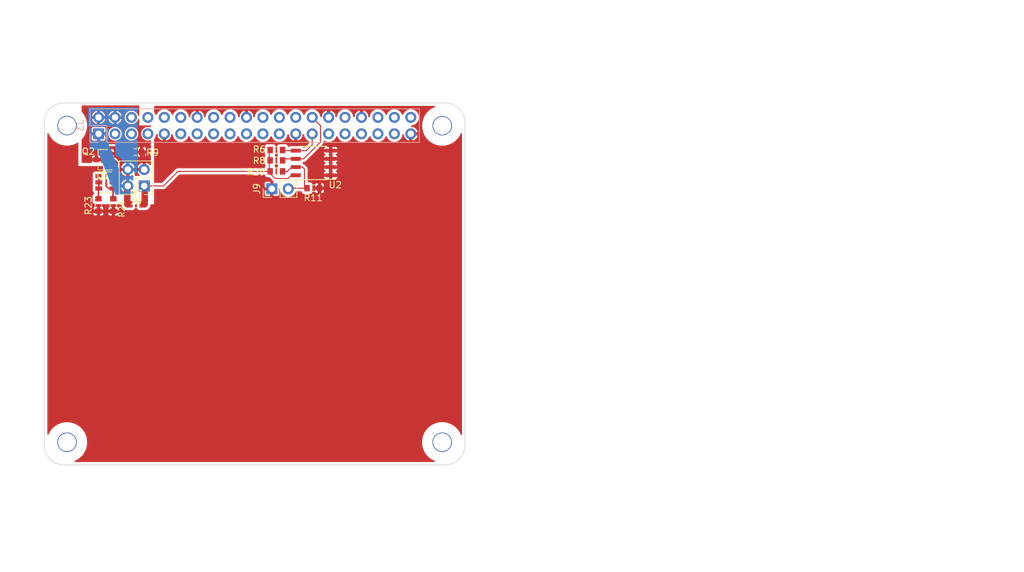
<source format=kicad_pcb>
(kicad_pcb (version 20171130) (host pcbnew "(5.1.2-1)-1")

  (general
    (thickness 1.6)
    (drawings 54)
    (tracks 63)
    (zones 0)
    (modules 18)
    (nets 11)
  )

  (page A4)
  (layers
    (0 F.Cu signal)
    (1 In1.Cu signal)
    (2 In2.Cu signal)
    (31 B.Cu signal)
    (32 B.Adhes user)
    (33 F.Adhes user)
    (34 B.Paste user)
    (35 F.Paste user)
    (36 B.SilkS user hide)
    (37 F.SilkS user)
    (38 B.Mask user)
    (39 F.Mask user)
    (40 Dwgs.User user)
    (41 Cmts.User user)
    (42 Eco1.User user hide)
    (43 Eco2.User user hide)
    (44 Edge.Cuts user)
    (45 Margin user hide)
    (46 B.CrtYd user hide)
    (47 F.CrtYd user hide)
    (48 B.Fab user)
    (49 F.Fab user)
  )

  (setup
    (last_trace_width 0.15)
    (user_trace_width 0.15)
    (user_trace_width 0.2)
    (user_trace_width 0.25)
    (user_trace_width 0.4)
    (user_trace_width 0.5)
    (user_trace_width 0.6)
    (user_trace_width 1)
    (user_trace_width 2)
    (trace_clearance 0.2)
    (zone_clearance 0.2)
    (zone_45_only yes)
    (trace_min 0.15)
    (via_size 0.4)
    (via_drill 0.2)
    (via_min_size 0.4)
    (via_min_drill 0.2)
    (uvia_size 0.3)
    (uvia_drill 0.1)
    (uvias_allowed no)
    (uvia_min_size 0.2)
    (uvia_min_drill 0.1)
    (edge_width 0.15)
    (segment_width 0.15)
    (pcb_text_width 0.3)
    (pcb_text_size 1.5 1.5)
    (mod_edge_width 0.15)
    (mod_text_size 0.6 0.6)
    (mod_text_width 0.09)
    (pad_size 1.524 1.524)
    (pad_drill 0.762)
    (pad_to_mask_clearance 0.1)
    (aux_axis_origin 0 0)
    (visible_elements 7FFFFE3F)
    (pcbplotparams
      (layerselection 0x010f8_80000007)
      (usegerberextensions false)
      (usegerberattributes false)
      (usegerberadvancedattributes false)
      (creategerberjobfile false)
      (excludeedgelayer false)
      (linewidth 0.100000)
      (plotframeref false)
      (viasonmask false)
      (mode 1)
      (useauxorigin false)
      (hpglpennumber 1)
      (hpglpenspeed 20)
      (hpglpendiameter 15.000000)
      (psnegative false)
      (psa4output false)
      (plotreference true)
      (plotvalue false)
      (plotinvisibletext false)
      (padsonsilk true)
      (subtractmaskfromsilk false)
      (outputformat 1)
      (mirror false)
      (drillshape 0)
      (scaleselection 1)
      (outputdirectory "prod"))
  )

  (net 0 "")
  (net 1 GND)
  (net 2 /ID_SD_EEPROM)
  (net 3 /ID_SC_EEPROM)
  (net 4 "Net-(Q1-Pad1)")
  (net 5 "Net-(Q2-Pad1)")
  (net 6 /P3V3_HAT)
  (net 7 /P5V_HAT)
  (net 8 /P3V3)
  (net 9 /P5V)
  (net 10 "Net-(J9-Pad2)")

  (net_class Default "This is the default net class."
    (clearance 0.2)
    (trace_width 0.15)
    (via_dia 0.4)
    (via_drill 0.2)
    (uvia_dia 0.3)
    (uvia_drill 0.1)
    (add_net /ID_SC_EEPROM)
    (add_net /ID_SD_EEPROM)
    (add_net /P3V3)
    (add_net /P3V3_HAT)
    (add_net /P5V)
    (add_net /P5V_HAT)
    (add_net GND)
    (add_net "Net-(J3-Pad10)")
    (add_net "Net-(J3-Pad11)")
    (add_net "Net-(J3-Pad12)")
    (add_net "Net-(J3-Pad13)")
    (add_net "Net-(J3-Pad15)")
    (add_net "Net-(J3-Pad16)")
    (add_net "Net-(J3-Pad17)")
    (add_net "Net-(J3-Pad18)")
    (add_net "Net-(J3-Pad19)")
    (add_net "Net-(J3-Pad21)")
    (add_net "Net-(J3-Pad22)")
    (add_net "Net-(J3-Pad23)")
    (add_net "Net-(J3-Pad24)")
    (add_net "Net-(J3-Pad26)")
    (add_net "Net-(J3-Pad29)")
    (add_net "Net-(J3-Pad3)")
    (add_net "Net-(J3-Pad31)")
    (add_net "Net-(J3-Pad32)")
    (add_net "Net-(J3-Pad33)")
    (add_net "Net-(J3-Pad35)")
    (add_net "Net-(J3-Pad36)")
    (add_net "Net-(J3-Pad37)")
    (add_net "Net-(J3-Pad38)")
    (add_net "Net-(J3-Pad40)")
    (add_net "Net-(J3-Pad5)")
    (add_net "Net-(J3-Pad7)")
    (add_net "Net-(J3-Pad8)")
    (add_net "Net-(J9-Pad2)")
    (add_net "Net-(Q1-Pad1)")
    (add_net "Net-(Q2-Pad1)")
  )

  (module Connector_PinSocket_2.54mm:PinSocket_2x20_P2.54mm_Vertical locked (layer B.Cu) (tedit 5A19A433) (tstamp 5A78A50E)
    (at 86.92 65.59 270)
    (descr "Through hole straight socket strip, 2x20, 2.54mm pitch, double cols (from Kicad 4.0.7), script generated")
    (tags "Through hole socket strip THT 2x20 2.54mm double row")
    (path /58DFC771)
    (fp_text reference J3 (at -1.27 2.77 270) (layer B.SilkS)
      (effects (font (size 1 1) (thickness 0.15)) (justify mirror))
    )
    (fp_text value 40HAT (at -1.27 -51.03 270) (layer B.Fab)
      (effects (font (size 0.6 0.6) (thickness 0.09)) (justify mirror))
    )
    (fp_line (start -3.81 1.27) (end 0.27 1.27) (layer B.Fab) (width 0.1))
    (fp_line (start 0.27 1.27) (end 1.27 0.27) (layer B.Fab) (width 0.1))
    (fp_line (start 1.27 0.27) (end 1.27 -49.53) (layer B.Fab) (width 0.1))
    (fp_line (start 1.27 -49.53) (end -3.81 -49.53) (layer B.Fab) (width 0.1))
    (fp_line (start -3.81 -49.53) (end -3.81 1.27) (layer B.Fab) (width 0.1))
    (fp_line (start -3.87 1.33) (end -1.27 1.33) (layer B.SilkS) (width 0.12))
    (fp_line (start -3.87 1.33) (end -3.87 -49.59) (layer B.SilkS) (width 0.12))
    (fp_line (start -3.87 -49.59) (end 1.33 -49.59) (layer B.SilkS) (width 0.12))
    (fp_line (start 1.33 -1.27) (end 1.33 -49.59) (layer B.SilkS) (width 0.12))
    (fp_line (start -1.27 -1.27) (end 1.33 -1.27) (layer B.SilkS) (width 0.12))
    (fp_line (start -1.27 1.33) (end -1.27 -1.27) (layer B.SilkS) (width 0.12))
    (fp_line (start 1.33 1.33) (end 1.33 0) (layer B.SilkS) (width 0.12))
    (fp_line (start 0 1.33) (end 1.33 1.33) (layer B.SilkS) (width 0.12))
    (fp_line (start -4.34 1.8) (end 1.76 1.8) (layer B.CrtYd) (width 0.05))
    (fp_line (start 1.76 1.8) (end 1.76 -50) (layer B.CrtYd) (width 0.05))
    (fp_line (start 1.76 -50) (end -4.34 -50) (layer B.CrtYd) (width 0.05))
    (fp_line (start -4.34 -50) (end -4.34 1.8) (layer B.CrtYd) (width 0.05))
    (fp_text user %R (at -1.27 -24.13 180) (layer B.Fab)
      (effects (font (size 1 1) (thickness 0.15)) (justify mirror))
    )
    (pad 1 thru_hole rect (at 0 0 270) (size 1.7 1.7) (drill 1) (layers *.Cu *.Mask)
      (net 6 /P3V3_HAT))
    (pad 2 thru_hole oval (at -2.54 0 270) (size 1.7 1.7) (drill 1) (layers *.Cu *.Mask)
      (net 7 /P5V_HAT))
    (pad 3 thru_hole oval (at 0 -2.54 270) (size 1.7 1.7) (drill 1) (layers *.Cu *.Mask))
    (pad 4 thru_hole oval (at -2.54 -2.54 270) (size 1.7 1.7) (drill 1) (layers *.Cu *.Mask)
      (net 7 /P5V_HAT))
    (pad 5 thru_hole oval (at 0 -5.08 270) (size 1.7 1.7) (drill 1) (layers *.Cu *.Mask))
    (pad 6 thru_hole oval (at -2.54 -5.08 270) (size 1.7 1.7) (drill 1) (layers *.Cu *.Mask)
      (net 1 GND))
    (pad 7 thru_hole oval (at 0 -7.62 270) (size 1.7 1.7) (drill 1) (layers *.Cu *.Mask))
    (pad 8 thru_hole oval (at -2.54 -7.62 270) (size 1.7 1.7) (drill 1) (layers *.Cu *.Mask))
    (pad 9 thru_hole oval (at 0 -10.16 270) (size 1.7 1.7) (drill 1) (layers *.Cu *.Mask)
      (net 1 GND))
    (pad 10 thru_hole oval (at -2.54 -10.16 270) (size 1.7 1.7) (drill 1) (layers *.Cu *.Mask))
    (pad 11 thru_hole oval (at 0 -12.7 270) (size 1.7 1.7) (drill 1) (layers *.Cu *.Mask))
    (pad 12 thru_hole oval (at -2.54 -12.7 270) (size 1.7 1.7) (drill 1) (layers *.Cu *.Mask))
    (pad 13 thru_hole oval (at 0 -15.24 270) (size 1.7 1.7) (drill 1) (layers *.Cu *.Mask))
    (pad 14 thru_hole oval (at -2.54 -15.24 270) (size 1.7 1.7) (drill 1) (layers *.Cu *.Mask)
      (net 1 GND))
    (pad 15 thru_hole oval (at 0 -17.78 270) (size 1.7 1.7) (drill 1) (layers *.Cu *.Mask))
    (pad 16 thru_hole oval (at -2.54 -17.78 270) (size 1.7 1.7) (drill 1) (layers *.Cu *.Mask))
    (pad 17 thru_hole oval (at 0 -20.32 270) (size 1.7 1.7) (drill 1) (layers *.Cu *.Mask))
    (pad 18 thru_hole oval (at -2.54 -20.32 270) (size 1.7 1.7) (drill 1) (layers *.Cu *.Mask))
    (pad 19 thru_hole oval (at 0 -22.86 270) (size 1.7 1.7) (drill 1) (layers *.Cu *.Mask))
    (pad 20 thru_hole oval (at -2.54 -22.86 270) (size 1.7 1.7) (drill 1) (layers *.Cu *.Mask)
      (net 1 GND))
    (pad 21 thru_hole oval (at 0 -25.4 270) (size 1.7 1.7) (drill 1) (layers *.Cu *.Mask))
    (pad 22 thru_hole oval (at -2.54 -25.4 270) (size 1.7 1.7) (drill 1) (layers *.Cu *.Mask))
    (pad 23 thru_hole oval (at 0 -27.94 270) (size 1.7 1.7) (drill 1) (layers *.Cu *.Mask))
    (pad 24 thru_hole oval (at -2.54 -27.94 270) (size 1.7 1.7) (drill 1) (layers *.Cu *.Mask))
    (pad 25 thru_hole oval (at 0 -30.48 270) (size 1.7 1.7) (drill 1) (layers *.Cu *.Mask)
      (net 1 GND))
    (pad 26 thru_hole oval (at -2.54 -30.48 270) (size 1.7 1.7) (drill 1) (layers *.Cu *.Mask))
    (pad 27 thru_hole oval (at 0 -33.02 270) (size 1.7 1.7) (drill 1) (layers *.Cu *.Mask)
      (net 2 /ID_SD_EEPROM))
    (pad 28 thru_hole oval (at -2.54 -33.02 270) (size 1.7 1.7) (drill 1) (layers *.Cu *.Mask)
      (net 3 /ID_SC_EEPROM))
    (pad 29 thru_hole oval (at 0 -35.56 270) (size 1.7 1.7) (drill 1) (layers *.Cu *.Mask))
    (pad 30 thru_hole oval (at -2.54 -35.56 270) (size 1.7 1.7) (drill 1) (layers *.Cu *.Mask)
      (net 1 GND))
    (pad 31 thru_hole oval (at 0 -38.1 270) (size 1.7 1.7) (drill 1) (layers *.Cu *.Mask))
    (pad 32 thru_hole oval (at -2.54 -38.1 270) (size 1.7 1.7) (drill 1) (layers *.Cu *.Mask))
    (pad 33 thru_hole oval (at 0 -40.64 270) (size 1.7 1.7) (drill 1) (layers *.Cu *.Mask))
    (pad 34 thru_hole oval (at -2.54 -40.64 270) (size 1.7 1.7) (drill 1) (layers *.Cu *.Mask)
      (net 1 GND))
    (pad 35 thru_hole oval (at 0 -43.18 270) (size 1.7 1.7) (drill 1) (layers *.Cu *.Mask))
    (pad 36 thru_hole oval (at -2.54 -43.18 270) (size 1.7 1.7) (drill 1) (layers *.Cu *.Mask))
    (pad 37 thru_hole oval (at 0 -45.72 270) (size 1.7 1.7) (drill 1) (layers *.Cu *.Mask))
    (pad 38 thru_hole oval (at -2.54 -45.72 270) (size 1.7 1.7) (drill 1) (layers *.Cu *.Mask))
    (pad 39 thru_hole oval (at 0 -48.26 270) (size 1.7 1.7) (drill 1) (layers *.Cu *.Mask)
      (net 1 GND))
    (pad 40 thru_hole oval (at -2.54 -48.26 270) (size 1.7 1.7) (drill 1) (layers *.Cu *.Mask))
    (model ${KICAD6_3DMODEL_DIR}/Connector_PinSocket_2.54mm.3dshapes/PinSocket_2x20_P2.54mm_Vertical.wrl
      (at (xyz 0 0 0))
      (scale (xyz 1 1 1))
      (rotate (xyz 0 0 0))
    )
  )

  (module Package_SOIC:SOIC-8_3.9x4.9mm_P1.27mm (layer F.Cu) (tedit 5A02F2D3) (tstamp 5A78A4F2)
    (at 120.1 70.1 180)
    (descr "8-Lead Plastic Small Outline (SN) - Narrow, 3.90 mm Body [SOIC] (see Microchip Packaging Specification 00000049BS.pdf)")
    (tags "SOIC 1.27")
    (path /58E1713F)
    (attr smd)
    (fp_text reference U2 (at -3.4 -3.4 180) (layer F.SilkS)
      (effects (font (size 1 1) (thickness 0.15)))
    )
    (fp_text value CAT24C32 (at -2.65 0.1 270) (layer F.Fab)
      (effects (font (size 0.6 0.6) (thickness 0.09)))
    )
    (fp_text user %R (at 0 0 180) (layer F.Fab)
      (effects (font (size 1 1) (thickness 0.15)))
    )
    (fp_line (start -0.95 -2.45) (end 1.95 -2.45) (layer F.Fab) (width 0.1))
    (fp_line (start 1.95 -2.45) (end 1.95 2.45) (layer F.Fab) (width 0.1))
    (fp_line (start 1.95 2.45) (end -1.95 2.45) (layer F.Fab) (width 0.1))
    (fp_line (start -1.95 2.45) (end -1.95 -1.45) (layer F.Fab) (width 0.1))
    (fp_line (start -1.95 -1.45) (end -0.95 -2.45) (layer F.Fab) (width 0.1))
    (fp_line (start -3.73 -2.7) (end -3.73 2.7) (layer F.CrtYd) (width 0.05))
    (fp_line (start 3.73 -2.7) (end 3.73 2.7) (layer F.CrtYd) (width 0.05))
    (fp_line (start -3.73 -2.7) (end 3.73 -2.7) (layer F.CrtYd) (width 0.05))
    (fp_line (start -3.73 2.7) (end 3.73 2.7) (layer F.CrtYd) (width 0.05))
    (fp_line (start -2.075 -2.575) (end -2.075 -2.525) (layer F.SilkS) (width 0.15))
    (fp_line (start 2.075 -2.575) (end 2.075 -2.43) (layer F.SilkS) (width 0.15))
    (fp_line (start 2.075 2.575) (end 2.075 2.43) (layer F.SilkS) (width 0.15))
    (fp_line (start -2.075 2.575) (end -2.075 2.43) (layer F.SilkS) (width 0.15))
    (fp_line (start -2.075 -2.575) (end 2.075 -2.575) (layer F.SilkS) (width 0.15))
    (fp_line (start -2.075 2.575) (end 2.075 2.575) (layer F.SilkS) (width 0.15))
    (fp_line (start -2.075 -2.525) (end -3.475 -2.525) (layer F.SilkS) (width 0.15))
    (pad 1 smd rect (at -2.7 -1.905 180) (size 1.55 0.6) (layers F.Cu F.Paste F.Mask)
      (net 1 GND))
    (pad 2 smd rect (at -2.7 -0.635 180) (size 1.55 0.6) (layers F.Cu F.Paste F.Mask)
      (net 1 GND))
    (pad 3 smd rect (at -2.7 0.635 180) (size 1.55 0.6) (layers F.Cu F.Paste F.Mask)
      (net 1 GND))
    (pad 4 smd rect (at -2.7 1.905 180) (size 1.55 0.6) (layers F.Cu F.Paste F.Mask)
      (net 1 GND))
    (pad 5 smd rect (at 2.7 1.905 180) (size 1.55 0.6) (layers F.Cu F.Paste F.Mask)
      (net 2 /ID_SD_EEPROM))
    (pad 6 smd rect (at 2.7 0.635 180) (size 1.55 0.6) (layers F.Cu F.Paste F.Mask)
      (net 3 /ID_SC_EEPROM))
    (pad 7 smd rect (at 2.7 -0.635 180) (size 1.55 0.6) (layers F.Cu F.Paste F.Mask)
      (net 10 "Net-(J9-Pad2)"))
    (pad 8 smd rect (at 2.7 -1.905 180) (size 1.55 0.6) (layers F.Cu F.Paste F.Mask)
      (net 8 /P3V3))
    (model ${KICAD6_3DMODEL_DIR}/Package_SO.3dshapes/SOIC-8_3.9x4.9mm_P1.27mm.wrl
      (at (xyz 0 0 0))
      (scale (xyz 1 1 1))
      (rotate (xyz 0 0 0))
    )
  )

  (module Resistor_SMD:R_0603_1608Metric_Pad0.84x1.00mm_HandSolder (layer F.Cu) (tedit 59FE48B8) (tstamp 5A78A4B9)
    (at 114.4 69.7)
    (descr "Resistor SMD 0603 (1608 Metric), square (rectangular) end terminal, IPC_7351 nominal with elongated pad for handsoldering. (Body size source: http://www.tortai-tech.com/upload/download/2011102023233369053.pdf), generated with kicad-footprint-generator")
    (tags "resistor handsolder")
    (path /58E17720)
    (attr smd)
    (fp_text reference R8 (at -2.65 0.05) (layer F.SilkS)
      (effects (font (size 1 1) (thickness 0.15)))
    )
    (fp_text value 3.9K (at 1.85 0.05) (layer F.Fab)
      (effects (font (size 0.6 0.6) (thickness 0.09)))
    )
    (fp_text user %R (at 0 0) (layer F.Fab)
      (effects (font (size 0.5 0.5) (thickness 0.08)))
    )
    (fp_line (start 1.64 0.75) (end -1.64 0.75) (layer F.CrtYd) (width 0.05))
    (fp_line (start 1.64 -0.75) (end 1.64 0.75) (layer F.CrtYd) (width 0.05))
    (fp_line (start -1.64 -0.75) (end 1.64 -0.75) (layer F.CrtYd) (width 0.05))
    (fp_line (start -1.64 0.75) (end -1.64 -0.75) (layer F.CrtYd) (width 0.05))
    (fp_line (start -0.22 0.51) (end 0.22 0.51) (layer F.SilkS) (width 0.12))
    (fp_line (start -0.22 -0.51) (end 0.22 -0.51) (layer F.SilkS) (width 0.12))
    (fp_line (start 0.8 0.4) (end -0.8 0.4) (layer F.Fab) (width 0.1))
    (fp_line (start 0.8 -0.4) (end 0.8 0.4) (layer F.Fab) (width 0.1))
    (fp_line (start -0.8 -0.4) (end 0.8 -0.4) (layer F.Fab) (width 0.1))
    (fp_line (start -0.8 0.4) (end -0.8 -0.4) (layer F.Fab) (width 0.1))
    (pad 2 smd rect (at 0.9625 0) (size 0.845 1) (layers F.Cu F.Paste F.Mask)
      (net 3 /ID_SC_EEPROM))
    (pad 1 smd rect (at -0.9625 0) (size 0.845 1) (layers F.Cu F.Paste F.Mask)
      (net 8 /P3V3))
    (model ${KICAD6_3DMODEL_DIR}/Resistor_SMD.3dshapes/R_0603_1608Metric.wrl
      (at (xyz 0 0 0))
      (scale (xyz 1 1 1))
      (rotate (xyz 0 0 0))
    )
  )

  (module Connector_PinHeader_2.54mm:PinHeader_2x02_P2.54mm_Vertical (layer F.Cu) (tedit 59FED5CC) (tstamp 5A78A54B)
    (at 93.98 73.66 180)
    (descr "Through hole straight pin header, 2x02, 2.54mm pitch, double rows")
    (tags "Through hole pin header THT 2x02 2.54mm double row")
    (path /58E13683)
    (fp_text reference J6 (at 1.27 -2.33 180) (layer F.SilkS)
      (effects (font (size 1 1) (thickness 0.15)))
    )
    (fp_text value CONN_02X02 (at -2.032 1.27 270) (layer F.Fab)
      (effects (font (size 0.6 0.6) (thickness 0.09)))
    )
    (fp_text user %R (at 1.27 1.27 270) (layer F.Fab)
      (effects (font (size 1 1) (thickness 0.15)))
    )
    (fp_line (start 4.35 -1.8) (end -1.8 -1.8) (layer F.CrtYd) (width 0.05))
    (fp_line (start 4.35 4.35) (end 4.35 -1.8) (layer F.CrtYd) (width 0.05))
    (fp_line (start -1.8 4.35) (end 4.35 4.35) (layer F.CrtYd) (width 0.05))
    (fp_line (start -1.8 -1.8) (end -1.8 4.35) (layer F.CrtYd) (width 0.05))
    (fp_line (start -1.33 -1.33) (end 0 -1.33) (layer F.SilkS) (width 0.12))
    (fp_line (start -1.33 0) (end -1.33 -1.33) (layer F.SilkS) (width 0.12))
    (fp_line (start 1.27 -1.33) (end 3.87 -1.33) (layer F.SilkS) (width 0.12))
    (fp_line (start 1.27 1.27) (end 1.27 -1.33) (layer F.SilkS) (width 0.12))
    (fp_line (start -1.33 1.27) (end 1.27 1.27) (layer F.SilkS) (width 0.12))
    (fp_line (start 3.87 -1.33) (end 3.87 3.87) (layer F.SilkS) (width 0.12))
    (fp_line (start -1.33 1.27) (end -1.33 3.87) (layer F.SilkS) (width 0.12))
    (fp_line (start -1.33 3.87) (end 3.87 3.87) (layer F.SilkS) (width 0.12))
    (fp_line (start -1.27 0) (end 0 -1.27) (layer F.Fab) (width 0.1))
    (fp_line (start -1.27 3.81) (end -1.27 0) (layer F.Fab) (width 0.1))
    (fp_line (start 3.81 3.81) (end -1.27 3.81) (layer F.Fab) (width 0.1))
    (fp_line (start 3.81 -1.27) (end 3.81 3.81) (layer F.Fab) (width 0.1))
    (fp_line (start 0 -1.27) (end 3.81 -1.27) (layer F.Fab) (width 0.1))
    (pad 4 thru_hole oval (at 2.54 2.54 180) (size 1.7 1.7) (drill 1) (layers *.Cu *.Mask)
      (net 7 /P5V_HAT))
    (pad 3 thru_hole oval (at 0 2.54 180) (size 1.7 1.7) (drill 1) (layers *.Cu *.Mask)
      (net 9 /P5V))
    (pad 2 thru_hole oval (at 2.54 0 180) (size 1.7 1.7) (drill 1) (layers *.Cu *.Mask)
      (net 6 /P3V3_HAT))
    (pad 1 thru_hole rect (at 0 0 180) (size 1.7 1.7) (drill 1) (layers *.Cu *.Mask)
      (net 8 /P3V3))
    (model ${KICAD6_3DMODEL_DIR}/Connector_PinHeader_2.54mm.3dshapes/PinHeader_2x02_P2.54mm_Vertical.wrl
      (at (xyz 0 0 0))
      (scale (xyz 1 1 1))
      (rotate (xyz 0 0 0))
    )
  )

  (module Connector_PinHeader_2.54mm:PinHeader_1x02_P2.54mm_Vertical (layer F.Cu) (tedit 59FED5CC) (tstamp 5A78A564)
    (at 113.7 74.1 90)
    (descr "Through hole straight pin header, 1x02, 2.54mm pitch, single row")
    (tags "Through hole pin header THT 1x02 2.54mm single row")
    (path /58E18D32)
    (fp_text reference J9 (at 0 -2.33 90) (layer F.SilkS)
      (effects (font (size 1 1) (thickness 0.15)))
    )
    (fp_text value CONN_01X02 (at -1.9 1.3 180) (layer F.Fab)
      (effects (font (size 0.6 0.6) (thickness 0.09)))
    )
    (fp_line (start -0.635 -1.27) (end 1.27 -1.27) (layer F.Fab) (width 0.1))
    (fp_line (start 1.27 -1.27) (end 1.27 3.81) (layer F.Fab) (width 0.1))
    (fp_line (start 1.27 3.81) (end -1.27 3.81) (layer F.Fab) (width 0.1))
    (fp_line (start -1.27 3.81) (end -1.27 -0.635) (layer F.Fab) (width 0.1))
    (fp_line (start -1.27 -0.635) (end -0.635 -1.27) (layer F.Fab) (width 0.1))
    (fp_line (start -1.33 3.87) (end 1.33 3.87) (layer F.SilkS) (width 0.12))
    (fp_line (start -1.33 1.27) (end -1.33 3.87) (layer F.SilkS) (width 0.12))
    (fp_line (start 1.33 1.27) (end 1.33 3.87) (layer F.SilkS) (width 0.12))
    (fp_line (start -1.33 1.27) (end 1.33 1.27) (layer F.SilkS) (width 0.12))
    (fp_line (start -1.33 0) (end -1.33 -1.33) (layer F.SilkS) (width 0.12))
    (fp_line (start -1.33 -1.33) (end 0 -1.33) (layer F.SilkS) (width 0.12))
    (fp_line (start -1.8 -1.8) (end -1.8 4.35) (layer F.CrtYd) (width 0.05))
    (fp_line (start -1.8 4.35) (end 1.8 4.35) (layer F.CrtYd) (width 0.05))
    (fp_line (start 1.8 4.35) (end 1.8 -1.8) (layer F.CrtYd) (width 0.05))
    (fp_line (start 1.8 -1.8) (end -1.8 -1.8) (layer F.CrtYd) (width 0.05))
    (fp_text user %R (at 0 1.27 180) (layer F.Fab)
      (effects (font (size 1 1) (thickness 0.15)))
    )
    (pad 1 thru_hole rect (at 0 0 90) (size 1.7 1.7) (drill 1) (layers *.Cu *.Mask)
      (net 1 GND))
    (pad 2 thru_hole oval (at 0 2.54 90) (size 1.7 1.7) (drill 1) (layers *.Cu *.Mask)
      (net 10 "Net-(J9-Pad2)"))
    (model ${KICAD6_3DMODEL_DIR}/Connector_PinHeader_2.54mm.3dshapes/PinHeader_1x02_P2.54mm_Vertical.wrl
      (at (xyz 0 0 0))
      (scale (xyz 1 1 1))
      (rotate (xyz 0 0 0))
    )
  )

  (module Package_TO_SOT_SMD:SOT-23 (layer F.Cu) (tedit 5A6D06A4) (tstamp 5A78A4DE)
    (at 87.6 69.6 180)
    (descr "SOT-23, Standard")
    (tags SOT-23)
    (path /58E14EB1)
    (attr smd)
    (fp_text reference Q1 (at 0 -2.5 180) (layer F.SilkS)
      (effects (font (size 1 1) (thickness 0.15)))
    )
    (fp_text value DMG2305UX (at 1.494 2.036) (layer F.Fab)
      (effects (font (size 0.6 0.6) (thickness 0.09)))
    )
    (fp_text user %R (at 0 0 270) (layer F.Fab)
      (effects (font (size 0.5 0.5) (thickness 0.075)))
    )
    (fp_line (start -0.7 -0.95) (end -0.7 1.5) (layer F.Fab) (width 0.1))
    (fp_line (start -0.15 -1.52) (end 0.7 -1.52) (layer F.Fab) (width 0.1))
    (fp_line (start -0.7 -0.95) (end -0.15 -1.52) (layer F.Fab) (width 0.1))
    (fp_line (start 0.7 -1.52) (end 0.7 1.52) (layer F.Fab) (width 0.1))
    (fp_line (start -0.7 1.52) (end 0.7 1.52) (layer F.Fab) (width 0.1))
    (fp_line (start 0.76 1.58) (end 0.76 0.65) (layer F.SilkS) (width 0.12))
    (fp_line (start 0.76 -1.58) (end 0.76 -0.65) (layer F.SilkS) (width 0.12))
    (fp_line (start -1.7 -1.75) (end 1.7 -1.75) (layer F.CrtYd) (width 0.05))
    (fp_line (start 1.7 -1.75) (end 1.7 1.75) (layer F.CrtYd) (width 0.05))
    (fp_line (start 1.7 1.75) (end -1.7 1.75) (layer F.CrtYd) (width 0.05))
    (fp_line (start -1.7 1.75) (end -1.7 -1.75) (layer F.CrtYd) (width 0.05))
    (fp_line (start 0.76 -1.58) (end -1.4 -1.58) (layer F.SilkS) (width 0.12))
    (fp_line (start 0.76 1.58) (end -0.7 1.58) (layer F.SilkS) (width 0.12))
    (pad 1 smd rect (at -1 -0.95 180) (size 0.9 0.8) (layers F.Cu F.Paste F.Mask)
      (net 4 "Net-(Q1-Pad1)"))
    (pad 2 smd rect (at -1 0.95 180) (size 0.9 0.8) (layers F.Cu F.Paste F.Mask)
      (net 7 /P5V_HAT))
    (pad 3 smd rect (at 1 0 180) (size 0.9 0.8) (layers F.Cu F.Paste F.Mask)
      (net 9 /P5V))
    (model ${KICAD6_3DMODEL_DIR}/Package_TO_SOT_SMD.3dshapes/SOT-23.wrl
      (at (xyz 0 0 0))
      (scale (xyz 1 1 1))
      (rotate (xyz 0 0 0))
    )
  )

  (module Package_TO_SOT_SMD:SOT-23-6 (layer F.Cu) (tedit 5A02FF57) (tstamp 5A78A4C9)
    (at 88.05 73.1)
    (descr "6-pin SOT-23 package")
    (tags SOT-23-6)
    (path /58E1538B)
    (attr smd)
    (fp_text reference Q2 (at -2.706 -4.774) (layer F.SilkS)
      (effects (font (size 1 1) (thickness 0.15)))
    )
    (fp_text value DMMT5401 (at -2.452 -0.202 90) (layer F.Fab)
      (effects (font (size 0.6 0.6) (thickness 0.09)))
    )
    (fp_text user %R (at 0 0 90) (layer F.Fab)
      (effects (font (size 0.5 0.5) (thickness 0.075)))
    )
    (fp_line (start -0.9 1.61) (end 0.9 1.61) (layer F.SilkS) (width 0.12))
    (fp_line (start 0.9 -1.61) (end -1.55 -1.61) (layer F.SilkS) (width 0.12))
    (fp_line (start 1.9 -1.8) (end -1.9 -1.8) (layer F.CrtYd) (width 0.05))
    (fp_line (start 1.9 1.8) (end 1.9 -1.8) (layer F.CrtYd) (width 0.05))
    (fp_line (start -1.9 1.8) (end 1.9 1.8) (layer F.CrtYd) (width 0.05))
    (fp_line (start -1.9 -1.8) (end -1.9 1.8) (layer F.CrtYd) (width 0.05))
    (fp_line (start -0.9 -0.9) (end -0.25 -1.55) (layer F.Fab) (width 0.1))
    (fp_line (start 0.9 -1.55) (end -0.25 -1.55) (layer F.Fab) (width 0.1))
    (fp_line (start -0.9 -0.9) (end -0.9 1.55) (layer F.Fab) (width 0.1))
    (fp_line (start 0.9 1.55) (end -0.9 1.55) (layer F.Fab) (width 0.1))
    (fp_line (start 0.9 -1.55) (end 0.9 1.55) (layer F.Fab) (width 0.1))
    (pad 1 smd rect (at -1.1 -0.95) (size 1.06 0.65) (layers F.Cu F.Paste F.Mask)
      (net 5 "Net-(Q2-Pad1)"))
    (pad 2 smd rect (at -1.1 0) (size 1.06 0.65) (layers F.Cu F.Paste F.Mask)
      (net 5 "Net-(Q2-Pad1)"))
    (pad 3 smd rect (at -1.1 0.95) (size 1.06 0.65) (layers F.Cu F.Paste F.Mask)
      (net 5 "Net-(Q2-Pad1)"))
    (pad 4 smd rect (at 1.1 0.95) (size 1.06 0.65) (layers F.Cu F.Paste F.Mask)
      (net 4 "Net-(Q1-Pad1)"))
    (pad 6 smd rect (at 1.1 -0.95) (size 1.06 0.65) (layers F.Cu F.Paste F.Mask)
      (net 9 /P5V))
    (pad 5 smd rect (at 1.1 0) (size 1.06 0.65) (layers F.Cu F.Paste F.Mask)
      (net 7 /P5V_HAT))
    (model ${KICAD6_3DMODEL_DIR}/Package_TO_SOT_SMD.3dshapes/SOT-23-6.wrl
      (at (xyz 0 0 0))
      (scale (xyz 1 1 1))
      (rotate (xyz 0 0 0))
    )
  )

  (module Resistor_SMD:R_0603_1608Metric_Pad0.84x1.00mm_HandSolder (layer F.Cu) (tedit 59FE48B8) (tstamp 5A78A4A9)
    (at 114.4 71.4)
    (descr "Resistor SMD 0603 (1608 Metric), square (rectangular) end terminal, IPC_7351 nominal with elongated pad for handsoldering. (Body size source: http://www.tortai-tech.com/upload/download/2011102023233369053.pdf), generated with kicad-footprint-generator")
    (tags "resistor handsolder")
    (path /58E19E51)
    (attr smd)
    (fp_text reference R29 (at -3.15 0.1) (layer F.SilkS)
      (effects (font (size 1 1) (thickness 0.15)))
    )
    (fp_text value 10K (at 1.85 -0.15) (layer F.Fab)
      (effects (font (size 0.6 0.6) (thickness 0.09)))
    )
    (fp_line (start -0.8 0.4) (end -0.8 -0.4) (layer F.Fab) (width 0.1))
    (fp_line (start -0.8 -0.4) (end 0.8 -0.4) (layer F.Fab) (width 0.1))
    (fp_line (start 0.8 -0.4) (end 0.8 0.4) (layer F.Fab) (width 0.1))
    (fp_line (start 0.8 0.4) (end -0.8 0.4) (layer F.Fab) (width 0.1))
    (fp_line (start -0.22 -0.51) (end 0.22 -0.51) (layer F.SilkS) (width 0.12))
    (fp_line (start -0.22 0.51) (end 0.22 0.51) (layer F.SilkS) (width 0.12))
    (fp_line (start -1.64 0.75) (end -1.64 -0.75) (layer F.CrtYd) (width 0.05))
    (fp_line (start -1.64 -0.75) (end 1.64 -0.75) (layer F.CrtYd) (width 0.05))
    (fp_line (start 1.64 -0.75) (end 1.64 0.75) (layer F.CrtYd) (width 0.05))
    (fp_line (start 1.64 0.75) (end -1.64 0.75) (layer F.CrtYd) (width 0.05))
    (fp_text user %R (at 0 0) (layer F.Fab)
      (effects (font (size 0.5 0.5) (thickness 0.08)))
    )
    (pad 1 smd rect (at -0.9625 0) (size 0.845 1) (layers F.Cu F.Paste F.Mask)
      (net 8 /P3V3))
    (pad 2 smd rect (at 0.9625 0) (size 0.845 1) (layers F.Cu F.Paste F.Mask)
      (net 10 "Net-(J9-Pad2)"))
    (model ${KICAD6_3DMODEL_DIR}/Resistor_SMD.3dshapes/R_0603_1608Metric.wrl
      (at (xyz 0 0 0))
      (scale (xyz 1 1 1))
      (rotate (xyz 0 0 0))
    )
  )

  (module Resistor_SMD:R_0603_1608Metric_Pad0.84x1.00mm_HandSolder (layer F.Cu) (tedit 5A6D0771) (tstamp 5A78A499)
    (at 89.2 76.6 270)
    (descr "Resistor SMD 0603 (1608 Metric), square (rectangular) end terminal, IPC_7351 nominal with elongated pad for handsoldering. (Body size source: http://www.tortai-tech.com/upload/download/2011102023233369053.pdf), generated with kicad-footprint-generator")
    (tags "resistor handsolder")
    (path /58E158A1)
    (attr smd)
    (fp_text reference R24 (at 0.616 -1.3 270) (layer F.SilkS)
      (effects (font (size 0.9 0.9) (thickness 0.13)))
    )
    (fp_text value 47K (at 0 1.65 270) (layer F.Fab)
      (effects (font (size 0.6 0.6) (thickness 0.09)))
    )
    (fp_text user %R (at 0 0 270) (layer F.Fab)
      (effects (font (size 0.5 0.5) (thickness 0.08)))
    )
    (fp_line (start 1.64 0.75) (end -1.64 0.75) (layer F.CrtYd) (width 0.05))
    (fp_line (start 1.64 -0.75) (end 1.64 0.75) (layer F.CrtYd) (width 0.05))
    (fp_line (start -1.64 -0.75) (end 1.64 -0.75) (layer F.CrtYd) (width 0.05))
    (fp_line (start -1.64 0.75) (end -1.64 -0.75) (layer F.CrtYd) (width 0.05))
    (fp_line (start -0.22 0.51) (end 0.22 0.51) (layer F.SilkS) (width 0.12))
    (fp_line (start -0.22 -0.51) (end 0.22 -0.51) (layer F.SilkS) (width 0.12))
    (fp_line (start 0.8 0.4) (end -0.8 0.4) (layer F.Fab) (width 0.1))
    (fp_line (start 0.8 -0.4) (end 0.8 0.4) (layer F.Fab) (width 0.1))
    (fp_line (start -0.8 -0.4) (end 0.8 -0.4) (layer F.Fab) (width 0.1))
    (fp_line (start -0.8 0.4) (end -0.8 -0.4) (layer F.Fab) (width 0.1))
    (pad 2 smd rect (at 0.9625 0 270) (size 0.845 1) (layers F.Cu F.Paste F.Mask)
      (net 1 GND))
    (pad 1 smd rect (at -0.9625 0 270) (size 0.845 1) (layers F.Cu F.Paste F.Mask)
      (net 4 "Net-(Q1-Pad1)"))
    (model ${KICAD6_3DMODEL_DIR}/Resistor_SMD.3dshapes/R_0603_1608Metric.wrl
      (at (xyz 0 0 0))
      (scale (xyz 1 1 1))
      (rotate (xyz 0 0 0))
    )
  )

  (module Resistor_SMD:R_0603_1608Metric_Pad0.84x1.00mm_HandSolder (layer F.Cu) (tedit 59FE48B8) (tstamp 5A78A489)
    (at 86.9 76.6 270)
    (descr "Resistor SMD 0603 (1608 Metric), square (rectangular) end terminal, IPC_7351 nominal with elongated pad for handsoldering. (Body size source: http://www.tortai-tech.com/upload/download/2011102023233369053.pdf), generated with kicad-footprint-generator")
    (tags "resistor handsolder")
    (path /58E15896)
    (attr smd)
    (fp_text reference R23 (at 0.108 1.556 90) (layer F.SilkS)
      (effects (font (size 1 1) (thickness 0.15)))
    )
    (fp_text value 10K (at 0 0.794 270) (layer F.Fab)
      (effects (font (size 0.6 0.6) (thickness 0.09)))
    )
    (fp_line (start -0.8 0.4) (end -0.8 -0.4) (layer F.Fab) (width 0.1))
    (fp_line (start -0.8 -0.4) (end 0.8 -0.4) (layer F.Fab) (width 0.1))
    (fp_line (start 0.8 -0.4) (end 0.8 0.4) (layer F.Fab) (width 0.1))
    (fp_line (start 0.8 0.4) (end -0.8 0.4) (layer F.Fab) (width 0.1))
    (fp_line (start -0.22 -0.51) (end 0.22 -0.51) (layer F.SilkS) (width 0.12))
    (fp_line (start -0.22 0.51) (end 0.22 0.51) (layer F.SilkS) (width 0.12))
    (fp_line (start -1.64 0.75) (end -1.64 -0.75) (layer F.CrtYd) (width 0.05))
    (fp_line (start -1.64 -0.75) (end 1.64 -0.75) (layer F.CrtYd) (width 0.05))
    (fp_line (start 1.64 -0.75) (end 1.64 0.75) (layer F.CrtYd) (width 0.05))
    (fp_line (start 1.64 0.75) (end -1.64 0.75) (layer F.CrtYd) (width 0.05))
    (fp_text user %R (at 0 0 270) (layer F.Fab)
      (effects (font (size 0.5 0.5) (thickness 0.08)))
    )
    (pad 1 smd rect (at -0.9625 0 270) (size 0.845 1) (layers F.Cu F.Paste F.Mask)
      (net 5 "Net-(Q2-Pad1)"))
    (pad 2 smd rect (at 0.9625 0 270) (size 0.845 1) (layers F.Cu F.Paste F.Mask)
      (net 1 GND))
    (model ${KICAD6_3DMODEL_DIR}/Resistor_SMD.3dshapes/R_0603_1608Metric.wrl
      (at (xyz 0 0 0))
      (scale (xyz 1 1 1))
      (rotate (xyz 0 0 0))
    )
  )

  (module Resistor_SMD:R_0603_1608Metric_Pad0.84x1.00mm_HandSolder (layer F.Cu) (tedit 59FE48B8) (tstamp 5A78A479)
    (at 120.1 74)
    (descr "Resistor SMD 0603 (1608 Metric), square (rectangular) end terminal, IPC_7351 nominal with elongated pad for handsoldering. (Body size source: http://www.tortai-tech.com/upload/download/2011102023233369053.pdf), generated with kicad-footprint-generator")
    (tags "resistor handsolder")
    (path /58E22900)
    (attr smd)
    (fp_text reference R11 (at 0 1.5) (layer F.SilkS)
      (effects (font (size 1 1) (thickness 0.15)))
    )
    (fp_text value DNP (at 0 1.65) (layer F.Fab)
      (effects (font (size 0.6 0.6) (thickness 0.09)))
    )
    (fp_text user %R (at 0 0) (layer F.Fab)
      (effects (font (size 0.5 0.5) (thickness 0.08)))
    )
    (fp_line (start 1.64 0.75) (end -1.64 0.75) (layer F.CrtYd) (width 0.05))
    (fp_line (start 1.64 -0.75) (end 1.64 0.75) (layer F.CrtYd) (width 0.05))
    (fp_line (start -1.64 -0.75) (end 1.64 -0.75) (layer F.CrtYd) (width 0.05))
    (fp_line (start -1.64 0.75) (end -1.64 -0.75) (layer F.CrtYd) (width 0.05))
    (fp_line (start -0.22 0.51) (end 0.22 0.51) (layer F.SilkS) (width 0.12))
    (fp_line (start -0.22 -0.51) (end 0.22 -0.51) (layer F.SilkS) (width 0.12))
    (fp_line (start 0.8 0.4) (end -0.8 0.4) (layer F.Fab) (width 0.1))
    (fp_line (start 0.8 -0.4) (end 0.8 0.4) (layer F.Fab) (width 0.1))
    (fp_line (start -0.8 -0.4) (end 0.8 -0.4) (layer F.Fab) (width 0.1))
    (fp_line (start -0.8 0.4) (end -0.8 -0.4) (layer F.Fab) (width 0.1))
    (pad 2 smd rect (at 0.9625 0) (size 0.845 1) (layers F.Cu F.Paste F.Mask)
      (net 1 GND))
    (pad 1 smd rect (at -0.9625 0) (size 0.845 1) (layers F.Cu F.Paste F.Mask)
      (net 10 "Net-(J9-Pad2)"))
    (model ${KICAD6_3DMODEL_DIR}/Resistor_SMD.3dshapes/R_0603_1608Metric.wrl
      (at (xyz 0 0 0))
      (scale (xyz 1 1 1))
      (rotate (xyz 0 0 0))
    )
  )

  (module Resistor_SMD:R_0603_1608Metric_Pad0.84x1.00mm_HandSolder (layer F.Cu) (tedit 59FE48B8) (tstamp 5CF5A48D)
    (at 114.4 68.1)
    (descr "Resistor SMD 0603 (1608 Metric), square (rectangular) end terminal, IPC_7351 nominal with elongated pad for handsoldering. (Body size source: http://www.tortai-tech.com/upload/download/2011102023233369053.pdf), generated with kicad-footprint-generator")
    (tags "resistor handsolder")
    (path /58E17715)
    (attr smd)
    (fp_text reference R6 (at -2.65 -0.1) (layer F.SilkS)
      (effects (font (size 1 1) (thickness 0.15)))
    )
    (fp_text value 3.9K (at 1.85 -0.1) (layer F.Fab)
      (effects (font (size 0.6 0.6) (thickness 0.09)))
    )
    (fp_line (start -0.8 0.4) (end -0.8 -0.4) (layer F.Fab) (width 0.1))
    (fp_line (start -0.8 -0.4) (end 0.8 -0.4) (layer F.Fab) (width 0.1))
    (fp_line (start 0.8 -0.4) (end 0.8 0.4) (layer F.Fab) (width 0.1))
    (fp_line (start 0.8 0.4) (end -0.8 0.4) (layer F.Fab) (width 0.1))
    (fp_line (start -0.22 -0.51) (end 0.22 -0.51) (layer F.SilkS) (width 0.12))
    (fp_line (start -0.22 0.51) (end 0.22 0.51) (layer F.SilkS) (width 0.12))
    (fp_line (start -1.64 0.75) (end -1.64 -0.75) (layer F.CrtYd) (width 0.05))
    (fp_line (start -1.64 -0.75) (end 1.64 -0.75) (layer F.CrtYd) (width 0.05))
    (fp_line (start 1.64 -0.75) (end 1.64 0.75) (layer F.CrtYd) (width 0.05))
    (fp_line (start 1.64 0.75) (end -1.64 0.75) (layer F.CrtYd) (width 0.05))
    (fp_text user %R (at 0 0) (layer F.Fab)
      (effects (font (size 0.5 0.5) (thickness 0.08)))
    )
    (pad 1 smd rect (at -0.9625 0) (size 0.845 1) (layers F.Cu F.Paste F.Mask)
      (net 8 /P3V3))
    (pad 2 smd rect (at 0.9625 0) (size 0.845 1) (layers F.Cu F.Paste F.Mask)
      (net 2 /ID_SD_EEPROM))
    (model ${KICAD6_3DMODEL_DIR}/Resistor_SMD.3dshapes/R_0603_1608Metric.wrl
      (at (xyz 0 0 0))
      (scale (xyz 1 1 1))
      (rotate (xyz 0 0 0))
    )
  )

  (module Resistor_SMD:R_0603_1608Metric_Pad0.84x1.00mm_HandSolder (layer F.Cu) (tedit 59FE48B8) (tstamp 5A78A459)
    (at 92.7 76.5)
    (descr "Resistor SMD 0603 (1608 Metric), square (rectangular) end terminal, IPC_7351 nominal with elongated pad for handsoldering. (Body size source: http://www.tortai-tech.com/upload/download/2011102023233369053.pdf), generated with kicad-footprint-generator")
    (tags "resistor handsolder")
    (path /58E22085)
    (attr smd)
    (fp_text reference R7 (at 0 -1.65) (layer F.SilkS)
      (effects (font (size 1 1) (thickness 0.15)))
    )
    (fp_text value DNP (at 0 1.65) (layer F.Fab)
      (effects (font (size 0.6 0.6) (thickness 0.09)))
    )
    (fp_text user %R (at 0 0) (layer F.Fab)
      (effects (font (size 0.5 0.5) (thickness 0.08)))
    )
    (fp_line (start 1.64 0.75) (end -1.64 0.75) (layer F.CrtYd) (width 0.05))
    (fp_line (start 1.64 -0.75) (end 1.64 0.75) (layer F.CrtYd) (width 0.05))
    (fp_line (start -1.64 -0.75) (end 1.64 -0.75) (layer F.CrtYd) (width 0.05))
    (fp_line (start -1.64 0.75) (end -1.64 -0.75) (layer F.CrtYd) (width 0.05))
    (fp_line (start -0.22 0.51) (end 0.22 0.51) (layer F.SilkS) (width 0.12))
    (fp_line (start -0.22 -0.51) (end 0.22 -0.51) (layer F.SilkS) (width 0.12))
    (fp_line (start 0.8 0.4) (end -0.8 0.4) (layer F.Fab) (width 0.1))
    (fp_line (start 0.8 -0.4) (end 0.8 0.4) (layer F.Fab) (width 0.1))
    (fp_line (start -0.8 -0.4) (end 0.8 -0.4) (layer F.Fab) (width 0.1))
    (fp_line (start -0.8 0.4) (end -0.8 -0.4) (layer F.Fab) (width 0.1))
    (pad 2 smd rect (at 0.9625 0) (size 0.845 1) (layers F.Cu F.Paste F.Mask)
      (net 8 /P3V3))
    (pad 1 smd rect (at -0.9625 0) (size 0.845 1) (layers F.Cu F.Paste F.Mask)
      (net 6 /P3V3_HAT))
    (model ${KICAD6_3DMODEL_DIR}/Resistor_SMD.3dshapes/R_0603_1608Metric.wrl
      (at (xyz 0 0 0))
      (scale (xyz 1 1 1))
      (rotate (xyz 0 0 0))
    )
  )

  (module Resistor_SMD:R_0603_1608Metric_Pad0.84x1.00mm_HandSolder (layer F.Cu) (tedit 59FE48B8) (tstamp 5A78A449)
    (at 92.6 68.4)
    (descr "Resistor SMD 0603 (1608 Metric), square (rectangular) end terminal, IPC_7351 nominal with elongated pad for handsoldering. (Body size source: http://www.tortai-tech.com/upload/download/2011102023233369053.pdf), generated with kicad-footprint-generator")
    (tags "resistor handsolder")
    (path /58E2218F)
    (attr smd)
    (fp_text reference R9 (at 2.65 0.1) (layer F.SilkS)
      (effects (font (size 1 1) (thickness 0.15)))
    )
    (fp_text value DNP (at 1.634 -0.836) (layer F.Fab)
      (effects (font (size 0.6 0.6) (thickness 0.09)))
    )
    (fp_line (start -0.8 0.4) (end -0.8 -0.4) (layer F.Fab) (width 0.1))
    (fp_line (start -0.8 -0.4) (end 0.8 -0.4) (layer F.Fab) (width 0.1))
    (fp_line (start 0.8 -0.4) (end 0.8 0.4) (layer F.Fab) (width 0.1))
    (fp_line (start 0.8 0.4) (end -0.8 0.4) (layer F.Fab) (width 0.1))
    (fp_line (start -0.22 -0.51) (end 0.22 -0.51) (layer F.SilkS) (width 0.12))
    (fp_line (start -0.22 0.51) (end 0.22 0.51) (layer F.SilkS) (width 0.12))
    (fp_line (start -1.64 0.75) (end -1.64 -0.75) (layer F.CrtYd) (width 0.05))
    (fp_line (start -1.64 -0.75) (end 1.64 -0.75) (layer F.CrtYd) (width 0.05))
    (fp_line (start 1.64 -0.75) (end 1.64 0.75) (layer F.CrtYd) (width 0.05))
    (fp_line (start 1.64 0.75) (end -1.64 0.75) (layer F.CrtYd) (width 0.05))
    (fp_text user %R (at 0 0) (layer F.Fab)
      (effects (font (size 0.5 0.5) (thickness 0.08)))
    )
    (pad 1 smd rect (at -0.9625 0) (size 0.845 1) (layers F.Cu F.Paste F.Mask)
      (net 7 /P5V_HAT))
    (pad 2 smd rect (at 0.9625 0) (size 0.845 1) (layers F.Cu F.Paste F.Mask)
      (net 9 /P5V))
    (model ${KICAD6_3DMODEL_DIR}/Resistor_SMD.3dshapes/R_0603_1608Metric.wrl
      (at (xyz 0 0 0))
      (scale (xyz 1 1 1))
      (rotate (xyz 0 0 0))
    )
  )

  (module project_footprints:NPTH_3mm_ID locked (layer F.Cu) (tedit 5A6D0885) (tstamp 58E3B082)
    (at 82.04 64.31)
    (path /5834BC4A)
    (fp_text reference H1 (at 0.06 0.09) (layer F.SilkS)
      (effects (font (size 1 1) (thickness 0.15)))
    )
    (fp_text value 3mm_Mounting_Hole (at 0 -2.7) (layer F.Fab) hide
      (effects (font (size 0.6 0.6) (thickness 0.09)))
    )
    (pad "" np_thru_hole circle (at 0 0) (size 3 3) (drill 2.75) (layers *.Cu *.Mask)
      (clearance 1.6))
  )

  (module project_footprints:NPTH_3mm_ID locked (layer F.Cu) (tedit 5A6D088A) (tstamp 58E3B086)
    (at 140.04 64.33)
    (path /5834BCDF)
    (fp_text reference H2 (at 0.06 0.09) (layer F.SilkS)
      (effects (font (size 1 1) (thickness 0.15)))
    )
    (fp_text value 3mm_Mounting_Hole (at 0 -2.7) (layer F.Fab) hide
      (effects (font (size 0.6 0.6) (thickness 0.09)))
    )
    (pad "" np_thru_hole circle (at 0 0) (size 3 3) (drill 2.75) (layers *.Cu *.Mask)
      (clearance 1.6))
  )

  (module project_footprints:NPTH_3mm_ID locked (layer F.Cu) (tedit 5A6D0898) (tstamp 58E3B08A)
    (at 82.04 113.32)
    (path /5834BD62)
    (fp_text reference H3 (at 0.06 0.09) (layer F.SilkS)
      (effects (font (size 1 1) (thickness 0.15)))
    )
    (fp_text value 3mm_Mounting_Hole (at 0 -2.7) (layer F.Fab) hide
      (effects (font (size 0.6 0.6) (thickness 0.09)))
    )
    (pad "" np_thru_hole circle (at 0 0) (size 3 3) (drill 2.75) (layers *.Cu *.Mask)
      (clearance 1.6))
  )

  (module project_footprints:NPTH_3mm_ID locked (layer F.Cu) (tedit 5A6D0891) (tstamp 58E3B08E)
    (at 140.03 113.31)
    (path /5834BDED)
    (fp_text reference H4 (at 0.06 0.09) (layer F.SilkS)
      (effects (font (size 1 1) (thickness 0.15)))
    )
    (fp_text value 3mm_Mounting_Hole (at 0 -2.7) (layer F.Fab) hide
      (effects (font (size 0.6 0.6) (thickness 0.09)))
    )
    (pad "" np_thru_hole circle (at 0 0) (size 3 3) (drill 2.75) (layers *.Cu *.Mask)
      (clearance 1.6))
  )

  (gr_text "If you want to use an SMT 40-pin header, please move the top edge up \nby 0.5mm and locate the header in the same location as the current TH part." (at 117.3 47.5) (layer Cmts.User)
    (effects (font (size 1.5 1.5) (thickness 0.3)))
  )
  (gr_text "This is a HAT compatible PCB starting design based on the official\nRaspberry Pi specs at:\nhttps://github.com/raspberrypi/hats/blob/master/designguide.md\n\nCurrently the camera slot and display cutout are not here. \nSee the schematic for the details on the EEPROM and power setup.\n\nThis board does have the correct components for powering the Pi via\nthe HAT. If you need the Pi to provide 5V or 3.3V, please remove or\nconnect the appropriate components." (at 189.4 83.7) (layer Cmts.User)
    (effects (font (size 1.5 1.5) (thickness 0.3)))
  )
  (gr_line (start 78.546356 63.817611) (end 78.546356 113.817611) (layer Edge.Cuts) (width 0.1))
  (gr_arc (start 81.546356 63.817611) (end 81.546356 60.817611) (angle -90) (layer Edge.Cuts) (width 0.1))
  (gr_line (start 140.546356 60.817611) (end 81.546356 60.817611) (layer Edge.Cuts) (width 0.1))
  (gr_arc (start 140.546356 63.817611) (end 143.546356 63.817611) (angle -90) (layer Edge.Cuts) (width 0.1))
  (gr_line (start 143.546356 113.817611) (end 143.546356 63.817611) (layer Edge.Cuts) (width 0.1))
  (gr_circle (center 86.916356 63.047611) (end 87.416356 63.047611) (layer Dwgs.User) (width 0.1))
  (gr_circle (center 135.176356 63.047611) (end 135.676356 63.047611) (layer Dwgs.User) (width 0.1))
  (gr_circle (center 132.636356 63.047611) (end 133.136356 63.047611) (layer Dwgs.User) (width 0.1))
  (gr_circle (center 130.096356 63.047611) (end 130.596356 63.047611) (layer Dwgs.User) (width 0.1))
  (gr_circle (center 127.556356 63.047611) (end 128.056356 63.047611) (layer Dwgs.User) (width 0.1))
  (gr_circle (center 125.016356 63.047611) (end 125.516356 63.047611) (layer Dwgs.User) (width 0.1))
  (gr_circle (center 122.476356 63.047611) (end 122.976356 63.047611) (layer Dwgs.User) (width 0.1))
  (gr_circle (center 119.936356 63.047611) (end 120.436356 63.047611) (layer Dwgs.User) (width 0.1))
  (gr_circle (center 117.396356 63.047611) (end 117.896356 63.047611) (layer Dwgs.User) (width 0.1))
  (gr_circle (center 114.856356 63.047611) (end 115.356356 63.047611) (layer Dwgs.User) (width 0.1))
  (gr_circle (center 112.316356 63.047611) (end 112.816356 63.047611) (layer Dwgs.User) (width 0.1))
  (gr_circle (center 109.776356 63.047611) (end 110.276356 63.047611) (layer Dwgs.User) (width 0.1))
  (gr_circle (center 107.236356 63.047611) (end 107.736356 63.047611) (layer Dwgs.User) (width 0.1))
  (gr_circle (center 104.696356 63.047611) (end 105.196356 63.047611) (layer Dwgs.User) (width 0.1))
  (gr_circle (center 102.156356 63.047611) (end 102.656356 63.047611) (layer Dwgs.User) (width 0.1))
  (gr_circle (center 99.616356 63.047611) (end 100.116356 63.047611) (layer Dwgs.User) (width 0.1))
  (gr_circle (center 97.076356 63.047611) (end 97.576356 63.047611) (layer Dwgs.User) (width 0.1))
  (gr_circle (center 94.536356 63.047611) (end 95.036356 63.047611) (layer Dwgs.User) (width 0.1))
  (gr_circle (center 91.996356 63.047611) (end 92.496356 63.047611) (layer Dwgs.User) (width 0.1))
  (gr_circle (center 89.456356 63.047611) (end 89.956356 63.047611) (layer Dwgs.User) (width 0.1))
  (gr_circle (center 135.176356 65.587611) (end 135.676356 65.587611) (layer Dwgs.User) (width 0.1))
  (gr_circle (center 132.636356 65.587611) (end 133.136356 65.587611) (layer Dwgs.User) (width 0.1))
  (gr_circle (center 130.096356 65.587611) (end 130.596356 65.587611) (layer Dwgs.User) (width 0.1))
  (gr_circle (center 127.556356 65.587611) (end 128.056356 65.587611) (layer Dwgs.User) (width 0.1))
  (gr_circle (center 125.016356 65.587611) (end 125.516356 65.587611) (layer Dwgs.User) (width 0.1))
  (gr_circle (center 122.476356 65.587611) (end 122.976356 65.587611) (layer Dwgs.User) (width 0.1))
  (gr_circle (center 119.936356 65.587611) (end 120.436356 65.587611) (layer Dwgs.User) (width 0.1))
  (gr_circle (center 117.396356 65.587611) (end 117.896356 65.587611) (layer Dwgs.User) (width 0.1))
  (gr_circle (center 114.856356 65.587611) (end 115.356356 65.587611) (layer Dwgs.User) (width 0.1))
  (gr_circle (center 112.316356 65.587611) (end 112.816356 65.587611) (layer Dwgs.User) (width 0.1))
  (gr_circle (center 109.776356 65.587611) (end 110.276356 65.587611) (layer Dwgs.User) (width 0.1))
  (gr_circle (center 107.236356 65.587611) (end 107.736356 65.587611) (layer Dwgs.User) (width 0.1))
  (gr_circle (center 104.696356 65.587611) (end 105.196356 65.587611) (layer Dwgs.User) (width 0.1))
  (gr_circle (center 102.156356 65.587611) (end 102.656356 65.587611) (layer Dwgs.User) (width 0.1))
  (gr_circle (center 99.616356 65.587611) (end 100.116356 65.587611) (layer Dwgs.User) (width 0.1))
  (gr_circle (center 97.076356 65.587611) (end 97.576356 65.587611) (layer Dwgs.User) (width 0.1))
  (gr_circle (center 94.536356 65.587611) (end 95.036356 65.587611) (layer Dwgs.User) (width 0.1))
  (gr_circle (center 91.996356 65.587611) (end 92.496356 65.587611) (layer Dwgs.User) (width 0.1))
  (gr_circle (center 89.456356 65.587611) (end 89.956356 65.587611) (layer Dwgs.User) (width 0.1))
  (gr_circle (center 86.916356 65.587611) (end 87.416356 65.587611) (layer Dwgs.User) (width 0.1))
  (gr_circle (center 140.046356 113.317611) (end 141.421356 113.317611) (layer Dwgs.User) (width 0.1))
  (gr_circle (center 140.046356 64.317611) (end 141.421356 64.317611) (layer Dwgs.User) (width 0.1))
  (gr_circle (center 82.046356 64.317611) (end 83.421356 64.317611) (layer Dwgs.User) (width 0.1))
  (gr_circle (center 82.046356 113.317611) (end 83.421356 113.317611) (layer Dwgs.User) (width 0.1))
  (gr_arc (start 81.546356 113.817611) (end 78.546356 113.817611) (angle -90) (layer Edge.Cuts) (width 0.1))
  (gr_line (start 81.546356 116.817611) (end 140.546356 116.817611) (layer Edge.Cuts) (width 0.1))
  (gr_arc (start 140.546356 113.817611) (end 140.546356 116.817611) (angle -89.9) (layer Edge.Cuts) (width 0.1))

  (segment (start 119.94 66.06) (end 119.94 65.59) (width 0.25) (layer B.Cu) (net 2) (tstamp 58E26B08) (status 30))
  (segment (start 115.635 69.565) (end 115.5 69.7) (width 0.15) (layer F.Cu) (net 3) (tstamp 5CF5A344) (status 30))
  (segment (start 119.94 63.05) (end 119.85 63.05) (width 0.15) (layer F.Cu) (net 3))
  (segment (start 115.695 68.295) (end 115.5 68.1) (width 0.15) (layer F.Cu) (net 2) (tstamp 58E2613C) (status 30))
  (segment (start 115.4575 68.195) (end 115.3625 68.1) (width 0.15) (layer F.Cu) (net 2))
  (segment (start 117.4 68.195) (end 115.4575 68.195) (width 0.15) (layer F.Cu) (net 2))
  (segment (start 119.94 65.59) (end 119.94 67.2834) (width 0.15) (layer F.Cu) (net 2))
  (segment (start 119.0284 68.195) (end 117.4 68.195) (width 0.15) (layer F.Cu) (net 2))
  (segment (start 119.94 67.2834) (end 119.0284 68.195) (width 0.15) (layer F.Cu) (net 2))
  (segment (start 115.5975 69.465) (end 115.3625 69.7) (width 0.15) (layer F.Cu) (net 3))
  (segment (start 117.4 69.465) (end 115.5975 69.465) (width 0.15) (layer F.Cu) (net 3))
  (segment (start 119.94 63.05) (end 121.21896 64.32896) (width 0.15) (layer F.Cu) (net 3))
  (segment (start 121.21896 64.32896) (end 121.21896 66.86042) (width 0.15) (layer F.Cu) (net 3))
  (segment (start 118.61438 69.465) (end 117.4 69.465) (width 0.15) (layer F.Cu) (net 3))
  (segment (start 121.21896 66.86042) (end 118.61438 69.465) (width 0.15) (layer F.Cu) (net 3))
  (segment (start 88.1 71.7) (end 88.1 73.7) (width 0.25) (layer F.Cu) (net 4))
  (segment (start 88.60076 71.19924) (end 88.1 71.7) (width 0.25) (layer F.Cu) (net 4))
  (segment (start 88.1 73.7) (end 88.45 74.05) (width 0.25) (layer F.Cu) (net 4))
  (segment (start 88.60076 70.55) (end 88.60076 71.19924) (width 0.25) (layer F.Cu) (net 4))
  (segment (start 88.45 74.05) (end 89.15 74.05) (width 0.25) (layer F.Cu) (net 4))
  (segment (start 89.15 74.05) (end 89.15 75.45) (width 0.25) (layer F.Cu) (net 4) (status 30))
  (segment (start 89.15 75.45) (end 89.2 75.5) (width 0.25) (layer F.Cu) (net 4) (tstamp 58E233D9) (status 30))
  (segment (start 86.95 72.15) (end 86.95 73.1) (width 0.25) (layer F.Cu) (net 5) (status 30))
  (segment (start 86.95 73.1) (end 86.95 74.05) (width 0.25) (layer F.Cu) (net 5) (tstamp 58E2337F) (status 30))
  (segment (start 86.95 74.05) (end 86.9 74.1) (width 0.25) (layer F.Cu) (net 5) (tstamp 58E23381) (status 30))
  (segment (start 86.9 74.1) (end 86.9 75.5) (width 0.25) (layer F.Cu) (net 5) (tstamp 58E23382) (status 30))
  (segment (start 91.35 76.5) (end 91.35 73.75) (width 1) (layer F.Cu) (net 6) (status 30))
  (segment (start 91.35 73.75) (end 91.44 73.66) (width 0.25) (layer F.Cu) (net 6) (tstamp 58E23435) (status 30))
  (segment (start 89.15 73.1) (end 89.9 73.1) (width 0.15) (layer F.Cu) (net 7))
  (segment (start 91.44 72.16) (end 91.44 71.12) (width 0.15) (layer F.Cu) (net 7) (tstamp 58E3A45F))
  (segment (start 91.2 72.4) (end 91.44 72.16) (width 0.15) (layer F.Cu) (net 7) (tstamp 58E3A45E))
  (segment (start 90.6 72.4) (end 91.2 72.4) (width 0.15) (layer F.Cu) (net 7) (tstamp 58E3A45C))
  (segment (start 89.9 73.1) (end 90.6 72.4) (width 0.15) (layer F.Cu) (net 7) (tstamp 58E3A45B))
  (segment (start 88.7 68.65) (end 88.7 68.6) (width 0.6) (layer F.Cu) (net 7) (status 30))
  (segment (start 113.3 71.4) (end 99.2 71.4) (width 0.15) (layer F.Cu) (net 8))
  (segment (start 96.94 73.66) (end 93.98 73.66) (width 0.15) (layer F.Cu) (net 8) (tstamp 58E3A373))
  (segment (start 99.2 71.4) (end 96.94 73.66) (width 0.15) (layer F.Cu) (net 8) (tstamp 58E3A36B))
  (segment (start 117.4 72.005) (end 116.695 72.005) (width 0.15) (layer F.Cu) (net 8))
  (segment (start 116.695 72.005) (end 116.2 72.5) (width 0.15) (layer F.Cu) (net 8) (tstamp 58E3A2E7))
  (segment (start 116.2 72.5) (end 114.2 72.5) (width 0.15) (layer F.Cu) (net 8) (tstamp 58E3A2E9))
  (segment (start 114.2 72.5) (end 113.3 71.6) (width 0.15) (layer F.Cu) (net 8) (tstamp 58E3A2EC))
  (segment (start 113.3 71.6) (end 113.3 71.4) (width 0.15) (layer F.Cu) (net 8) (tstamp 58E3A2ED))
  (segment (start 113.3 68.1) (end 113.3 69.7) (width 0.15) (layer F.Cu) (net 8) (status 30))
  (segment (start 113.3 69.7) (end 113.3 71.4) (width 0.15) (layer F.Cu) (net 8) (tstamp 58E26121) (status 30))
  (segment (start 94.05 76.5) (end 94.05 73.73) (width 1) (layer F.Cu) (net 8) (status 30))
  (segment (start 94.05 73.73) (end 93.98 73.66) (width 0.15) (layer F.Cu) (net 8) (tstamp 58E26115) (status 30))
  (segment (start 89.8 71.7) (end 89.8 70.05) (width 0.25) (layer F.Cu) (net 9))
  (segment (start 89.35 72.15) (end 89.8 71.7) (width 0.25) (layer F.Cu) (net 9))
  (segment (start 89.35 69.6) (end 87.75 69.6) (width 0.25) (layer F.Cu) (net 9))
  (segment (start 89.8 70.05) (end 89.35 69.6) (width 0.25) (layer F.Cu) (net 9))
  (segment (start 89.15 72.15) (end 89.35 72.15) (width 0.25) (layer F.Cu) (net 9))
  (segment (start 87.75 69.6) (end 86.5 69.6) (width 0.25) (layer F.Cu) (net 9))
  (segment (start 93.98 71.12) (end 93.98 68.43) (width 0.25) (layer F.Cu) (net 9) (status 30))
  (segment (start 93.98 68.43) (end 93.95 68.4) (width 0.25) (layer F.Cu) (net 9) (tstamp 58E23683) (status 30))
  (segment (start 118.75 74) (end 118.75 71.05) (width 0.15) (layer F.Cu) (net 10))
  (segment (start 118.435 70.735) (end 117.4 70.735) (width 0.15) (layer F.Cu) (net 10) (tstamp 58E3A2F8))
  (segment (start 118.75 71.05) (end 118.435 70.735) (width 0.15) (layer F.Cu) (net 10) (tstamp 58E3A2F5))
  (segment (start 117.4 70.735) (end 116.765 70.735) (width 0.15) (layer F.Cu) (net 10))
  (segment (start 116.765 70.735) (end 116.1 71.4) (width 0.15) (layer F.Cu) (net 10) (tstamp 58E3A2E2))
  (segment (start 116.1 71.4) (end 115.5 71.4) (width 0.15) (layer F.Cu) (net 10) (tstamp 58E3A2E3))
  (segment (start 118.75 74) (end 116.64 74) (width 0.15) (layer F.Cu) (net 10) (status 30))
  (segment (start 116.64 74) (end 116.24 74.4) (width 0.15) (layer F.Cu) (net 10) (tstamp 58E26136) (status 30))
  (segment (start 115.5 71.4) (end 115.8 71.4) (width 0.15) (layer F.Cu) (net 10) (status 30))

  (zone (net 1) (net_name GND) (layer F.Cu) (tstamp 58E2254F) (hatch edge 0.508)
    (connect_pads (clearance 0.4))
    (min_thickness 0.2)
    (fill yes (arc_segments 16) (thermal_gap 0.25) (thermal_bridge_width 0.508))
    (polygon
      (pts
        (xy 144.1 133.38) (xy 77.6 133.38) (xy 77.6 59.08) (xy 144.1 59.08)
      )
    )
    (polygon
      (pts
        (xy 83.8 60.38) (xy 83.8 70.58) (xy 87.6 70.58) (xy 87.6 76.48) (xy 95.5 76.48)
        (xy 95.5 70.58) (xy 95.5 67.28) (xy 95.5 60.38)
      )
    )
    (filled_polygon
      (pts
        (xy 138.524232 61.494197) (xy 138.000119 61.844398) (xy 137.554398 62.290119) (xy 137.204197 62.814232) (xy 136.962975 63.396595)
        (xy 136.84 64.014828) (xy 136.84 64.645172) (xy 136.962975 65.263405) (xy 137.204197 65.845768) (xy 137.554398 66.369881)
        (xy 138.000119 66.815602) (xy 138.524232 67.165803) (xy 139.106595 67.407025) (xy 139.724828 67.53) (xy 140.355172 67.53)
        (xy 140.973405 67.407025) (xy 141.555768 67.165803) (xy 142.079881 66.815602) (xy 142.525602 66.369881) (xy 142.875803 65.845768)
        (xy 142.996357 65.554724) (xy 142.996356 112.109416) (xy 142.865803 111.794232) (xy 142.515602 111.270119) (xy 142.069881 110.824398)
        (xy 141.545768 110.474197) (xy 140.963405 110.232975) (xy 140.345172 110.11) (xy 139.714828 110.11) (xy 139.096595 110.232975)
        (xy 138.514232 110.474197) (xy 137.990119 110.824398) (xy 137.544398 111.270119) (xy 137.194197 111.794232) (xy 136.952975 112.376595)
        (xy 136.83 112.994828) (xy 136.83 113.625172) (xy 136.952975 114.243405) (xy 137.194197 114.825768) (xy 137.544398 115.349881)
        (xy 137.990119 115.795602) (xy 138.514232 116.145803) (xy 138.808303 116.267611) (xy 83.285839 116.267611) (xy 83.555768 116.155803)
        (xy 84.079881 115.805602) (xy 84.525602 115.359881) (xy 84.875803 114.835768) (xy 85.117025 114.253405) (xy 85.24 113.635172)
        (xy 85.24 113.004828) (xy 85.117025 112.386595) (xy 84.875803 111.804232) (xy 84.525602 111.280119) (xy 84.079881 110.834398)
        (xy 83.555768 110.484197) (xy 82.973405 110.242975) (xy 82.355172 110.12) (xy 81.724828 110.12) (xy 81.106595 110.242975)
        (xy 80.524232 110.484197) (xy 80.000119 110.834398) (xy 79.554398 111.280119) (xy 79.204197 111.804232) (xy 79.096356 112.064584)
        (xy 79.096356 77.985) (xy 86.048306 77.985) (xy 86.055064 78.053612) (xy 86.075077 78.119587) (xy 86.107577 78.180391)
        (xy 86.151315 78.233685) (xy 86.204609 78.277423) (xy 86.265413 78.309923) (xy 86.331388 78.329936) (xy 86.4 78.336694)
        (xy 86.6585 78.335) (xy 86.746 78.2475) (xy 86.746 77.7165) (xy 87.054 77.7165) (xy 87.054 78.2475)
        (xy 87.1415 78.335) (xy 87.4 78.336694) (xy 87.468612 78.329936) (xy 87.534587 78.309923) (xy 87.595391 78.277423)
        (xy 87.648685 78.233685) (xy 87.692423 78.180391) (xy 87.724923 78.119587) (xy 87.744936 78.053612) (xy 87.751694 77.985)
        (xy 88.348306 77.985) (xy 88.355064 78.053612) (xy 88.375077 78.119587) (xy 88.407577 78.180391) (xy 88.451315 78.233685)
        (xy 88.504609 78.277423) (xy 88.565413 78.309923) (xy 88.631388 78.329936) (xy 88.7 78.336694) (xy 88.9585 78.335)
        (xy 89.046 78.2475) (xy 89.046 77.7165) (xy 89.354 77.7165) (xy 89.354 78.2475) (xy 89.4415 78.335)
        (xy 89.7 78.336694) (xy 89.768612 78.329936) (xy 89.834587 78.309923) (xy 89.895391 78.277423) (xy 89.948685 78.233685)
        (xy 89.992423 78.180391) (xy 90.024923 78.119587) (xy 90.044936 78.053612) (xy 90.051694 77.985) (xy 90.05 77.804)
        (xy 89.9625 77.7165) (xy 89.354 77.7165) (xy 89.046 77.7165) (xy 88.4375 77.7165) (xy 88.35 77.804)
        (xy 88.348306 77.985) (xy 87.751694 77.985) (xy 87.75 77.804) (xy 87.6625 77.7165) (xy 87.054 77.7165)
        (xy 86.746 77.7165) (xy 86.1375 77.7165) (xy 86.05 77.804) (xy 86.048306 77.985) (xy 79.096356 77.985)
        (xy 79.096356 77.14) (xy 86.048306 77.14) (xy 86.05 77.321) (xy 86.1375 77.4085) (xy 86.746 77.4085)
        (xy 86.746 76.8775) (xy 87.054 76.8775) (xy 87.054 77.4085) (xy 87.6625 77.4085) (xy 87.75 77.321)
        (xy 87.751694 77.14) (xy 88.348306 77.14) (xy 88.35 77.321) (xy 88.4375 77.4085) (xy 89.046 77.4085)
        (xy 89.046 76.8775) (xy 89.354 76.8775) (xy 89.354 77.4085) (xy 89.9625 77.4085) (xy 90.05 77.321)
        (xy 90.051694 77.14) (xy 90.044936 77.071388) (xy 90.024923 77.005413) (xy 89.992423 76.944609) (xy 89.948685 76.891315)
        (xy 89.895391 76.847577) (xy 89.834587 76.815077) (xy 89.768612 76.795064) (xy 89.7 76.788306) (xy 89.4415 76.79)
        (xy 89.354 76.8775) (xy 89.046 76.8775) (xy 88.9585 76.79) (xy 88.7 76.788306) (xy 88.631388 76.795064)
        (xy 88.565413 76.815077) (xy 88.504609 76.847577) (xy 88.451315 76.891315) (xy 88.407577 76.944609) (xy 88.375077 77.005413)
        (xy 88.355064 77.071388) (xy 88.348306 77.14) (xy 87.751694 77.14) (xy 87.744936 77.071388) (xy 87.724923 77.005413)
        (xy 87.692423 76.944609) (xy 87.648685 76.891315) (xy 87.595391 76.847577) (xy 87.534587 76.815077) (xy 87.468612 76.795064)
        (xy 87.4 76.788306) (xy 87.1415 76.79) (xy 87.054 76.8775) (xy 86.746 76.8775) (xy 86.6585 76.79)
        (xy 86.4 76.788306) (xy 86.331388 76.795064) (xy 86.265413 76.815077) (xy 86.204609 76.847577) (xy 86.151315 76.891315)
        (xy 86.107577 76.944609) (xy 86.075077 77.005413) (xy 86.055064 77.071388) (xy 86.048306 77.14) (xy 79.096356 77.14)
        (xy 79.096356 65.565416) (xy 79.204197 65.825768) (xy 79.554398 66.349881) (xy 80.000119 66.795602) (xy 80.524232 67.145803)
        (xy 81.106595 67.387025) (xy 81.724828 67.51) (xy 82.355172 67.51) (xy 82.973405 67.387025) (xy 83.555768 67.145803)
        (xy 83.7 67.04943) (xy 83.7 70.58) (xy 83.701921 70.599509) (xy 83.707612 70.618268) (xy 83.716853 70.635557)
        (xy 83.729289 70.650711) (xy 83.744443 70.663147) (xy 83.761732 70.672388) (xy 83.780491 70.678079) (xy 83.8 70.68)
        (xy 87.5 70.68) (xy 87.5 71.324551) (xy 87.48 71.322581) (xy 86.42 71.322581) (xy 86.321983 71.332235)
        (xy 86.227733 71.360825) (xy 86.140871 71.407254) (xy 86.064736 71.469736) (xy 86.002254 71.545871) (xy 85.955825 71.632733)
        (xy 85.927235 71.726983) (xy 85.917581 71.825) (xy 85.917581 72.475) (xy 85.927235 72.573017) (xy 85.943004 72.625)
        (xy 85.927235 72.676983) (xy 85.917581 72.775) (xy 85.917581 73.425) (xy 85.927235 73.523017) (xy 85.943004 73.575)
        (xy 85.927235 73.626983) (xy 85.917581 73.725) (xy 85.917581 74.375) (xy 85.927235 74.473017) (xy 85.955825 74.567267)
        (xy 86.002254 74.654129) (xy 86.064736 74.730264) (xy 86.136309 74.789002) (xy 86.120871 74.797254) (xy 86.044736 74.859736)
        (xy 85.982254 74.935871) (xy 85.935825 75.022733) (xy 85.907235 75.116983) (xy 85.897581 75.215) (xy 85.897581 76.06)
        (xy 85.907235 76.158017) (xy 85.935825 76.252267) (xy 85.982254 76.339129) (xy 86.044736 76.415264) (xy 86.120871 76.477746)
        (xy 86.207733 76.524175) (xy 86.301983 76.552765) (xy 86.4 76.562419) (xy 87.4 76.562419) (xy 87.498017 76.552765)
        (xy 87.524406 76.54476) (xy 87.529289 76.550711) (xy 87.544443 76.563147) (xy 87.561732 76.572388) (xy 87.580491 76.578079)
        (xy 87.6 76.58) (xy 90.353042 76.58) (xy 90.36447 76.696033) (xy 90.421651 76.884534) (xy 90.514508 77.058258)
        (xy 90.639472 77.210528) (xy 90.791742 77.335492) (xy 90.965465 77.428349) (xy 91.153966 77.48553) (xy 91.211963 77.491242)
        (xy 91.216983 77.492765) (xy 91.315 77.502419) (xy 91.32544 77.502419) (xy 91.35 77.504838) (xy 91.37456 77.502419)
        (xy 92.16 77.502419) (xy 92.258017 77.492765) (xy 92.352267 77.464175) (xy 92.439129 77.417746) (xy 92.515264 77.355264)
        (xy 92.577746 77.279129) (xy 92.624175 77.192267) (xy 92.652765 77.098017) (xy 92.662419 77) (xy 92.662419 76.58)
        (xy 92.737581 76.58) (xy 92.737581 77) (xy 92.747235 77.098017) (xy 92.775825 77.192267) (xy 92.822254 77.279129)
        (xy 92.884736 77.355264) (xy 92.960871 77.417746) (xy 93.047733 77.464175) (xy 93.141983 77.492765) (xy 93.24 77.502419)
        (xy 94.02544 77.502419) (xy 94.05 77.504838) (xy 94.07456 77.502419) (xy 94.085 77.502419) (xy 94.183017 77.492765)
        (xy 94.188037 77.491242) (xy 94.246033 77.48553) (xy 94.434534 77.428349) (xy 94.608258 77.335492) (xy 94.760528 77.210528)
        (xy 94.885492 77.058258) (xy 94.978349 76.884535) (xy 95.03553 76.696034) (xy 95.046959 76.58) (xy 95.5 76.58)
        (xy 95.519509 76.578079) (xy 95.538268 76.572388) (xy 95.555557 76.563147) (xy 95.570711 76.550711) (xy 95.583147 76.535557)
        (xy 95.592388 76.518268) (xy 95.598079 76.499509) (xy 95.6 76.48) (xy 95.6 74.95) (xy 112.498306 74.95)
        (xy 112.505064 75.018612) (xy 112.525077 75.084587) (xy 112.557577 75.145391) (xy 112.601315 75.198685) (xy 112.654609 75.242423)
        (xy 112.715413 75.274923) (xy 112.781388 75.294936) (xy 112.85 75.301694) (xy 113.4585 75.3) (xy 113.546 75.2125)
        (xy 113.546 74.254) (xy 112.5875 74.254) (xy 112.5 74.3415) (xy 112.498306 74.95) (xy 95.6 74.95)
        (xy 95.6 74.235) (xy 96.911757 74.235) (xy 96.94 74.237782) (xy 96.968243 74.235) (xy 96.968246 74.235)
        (xy 97.05272 74.22668) (xy 97.161108 74.193801) (xy 97.260998 74.140408) (xy 97.348554 74.068554) (xy 97.366565 74.046607)
        (xy 98.163172 73.25) (xy 112.498306 73.25) (xy 112.5 73.8585) (xy 112.5875 73.946) (xy 113.546 73.946)
        (xy 113.546 72.9875) (xy 113.4585 72.9) (xy 112.85 72.898306) (xy 112.781388 72.905064) (xy 112.715413 72.925077)
        (xy 112.654609 72.957577) (xy 112.601315 73.001315) (xy 112.557577 73.054609) (xy 112.525077 73.115413) (xy 112.505064 73.181388)
        (xy 112.498306 73.25) (xy 98.163172 73.25) (xy 99.438173 71.975) (xy 112.519968 71.975) (xy 112.522235 71.998017)
        (xy 112.550825 72.092267) (xy 112.597254 72.179129) (xy 112.659736 72.255264) (xy 112.735871 72.317746) (xy 112.822733 72.364175)
        (xy 112.916983 72.392765) (xy 113.015 72.402419) (xy 113.289247 72.402419) (xy 113.773439 72.886612) (xy 113.791446 72.908554)
        (xy 113.833153 72.942782) (xy 113.869165 72.972335) (xy 113.854 72.9875) (xy 113.854 73.946) (xy 113.874 73.946)
        (xy 113.874 74.254) (xy 113.854 74.254) (xy 113.854 75.2125) (xy 113.9415 75.3) (xy 114.55 75.301694)
        (xy 114.618612 75.294936) (xy 114.684587 75.274923) (xy 114.745391 75.242423) (xy 114.798685 75.198685) (xy 114.842423 75.145391)
        (xy 114.874923 75.084587) (xy 114.894936 75.018612) (xy 114.901694 74.95) (xy 114.9 74.3415) (xy 114.812502 74.254002)
        (xy 114.898636 74.254002) (xy 114.909533 74.364646) (xy 114.986728 74.619122) (xy 115.112085 74.853649) (xy 115.280787 75.059213)
        (xy 115.486351 75.227915) (xy 115.720878 75.353272) (xy 115.975354 75.430467) (xy 116.173679 75.45) (xy 116.306321 75.45)
        (xy 116.504646 75.430467) (xy 116.759122 75.353272) (xy 116.993649 75.227915) (xy 117.199213 75.059213) (xy 117.367915 74.853649)
        (xy 117.493272 74.619122) (xy 117.506656 74.575) (xy 118.219968 74.575) (xy 118.222235 74.598017) (xy 118.250825 74.692267)
        (xy 118.297254 74.779129) (xy 118.359736 74.855264) (xy 118.435871 74.917746) (xy 118.522733 74.964175) (xy 118.616983 74.992765)
        (xy 118.715 75.002419) (xy 119.56 75.002419) (xy 119.658017 74.992765) (xy 119.752267 74.964175) (xy 119.839129 74.917746)
        (xy 119.915264 74.855264) (xy 119.977746 74.779129) (xy 120.024175 74.692267) (xy 120.052765 74.598017) (xy 120.062419 74.5)
        (xy 120.288306 74.5) (xy 120.295064 74.568612) (xy 120.315077 74.634587) (xy 120.347577 74.695391) (xy 120.391315 74.748685)
        (xy 120.444609 74.792423) (xy 120.505413 74.824923) (xy 120.571388 74.844936) (xy 120.64 74.851694) (xy 120.821 74.85)
        (xy 120.9085 74.7625) (xy 120.9085 74.154) (xy 121.2165 74.154) (xy 121.2165 74.7625) (xy 121.304 74.85)
        (xy 121.485 74.851694) (xy 121.553612 74.844936) (xy 121.619587 74.824923) (xy 121.680391 74.792423) (xy 121.733685 74.748685)
        (xy 121.777423 74.695391) (xy 121.809923 74.634587) (xy 121.829936 74.568612) (xy 121.836694 74.5) (xy 121.835 74.2415)
        (xy 121.7475 74.154) (xy 121.2165 74.154) (xy 120.9085 74.154) (xy 120.3775 74.154) (xy 120.29 74.2415)
        (xy 120.288306 74.5) (xy 120.062419 74.5) (xy 120.062419 73.5) (xy 120.288306 73.5) (xy 120.29 73.7585)
        (xy 120.3775 73.846) (xy 120.9085 73.846) (xy 120.9085 73.2375) (xy 121.2165 73.2375) (xy 121.2165 73.846)
        (xy 121.7475 73.846) (xy 121.835 73.7585) (xy 121.836694 73.5) (xy 121.829936 73.431388) (xy 121.809923 73.365413)
        (xy 121.777423 73.304609) (xy 121.733685 73.251315) (xy 121.680391 73.207577) (xy 121.619587 73.175077) (xy 121.553612 73.155064)
        (xy 121.485 73.148306) (xy 121.304 73.15) (xy 121.2165 73.2375) (xy 120.9085 73.2375) (xy 120.821 73.15)
        (xy 120.64 73.148306) (xy 120.571388 73.155064) (xy 120.505413 73.175077) (xy 120.444609 73.207577) (xy 120.391315 73.251315)
        (xy 120.347577 73.304609) (xy 120.315077 73.365413) (xy 120.295064 73.431388) (xy 120.288306 73.5) (xy 120.062419 73.5)
        (xy 120.052765 73.401983) (xy 120.024175 73.307733) (xy 119.977746 73.220871) (xy 119.915264 73.144736) (xy 119.839129 73.082254)
        (xy 119.752267 73.035825) (xy 119.658017 73.007235) (xy 119.56 72.997581) (xy 119.325 72.997581) (xy 119.325 72.305)
        (xy 121.673306 72.305) (xy 121.680064 72.373612) (xy 121.700077 72.439587) (xy 121.732577 72.500391) (xy 121.776315 72.553685)
        (xy 121.829609 72.597423) (xy 121.890413 72.629923) (xy 121.956388 72.649936) (xy 122.025 72.656694) (xy 122.5585 72.655)
        (xy 122.646 72.5675) (xy 122.646 72.159) (xy 122.954 72.159) (xy 122.954 72.5675) (xy 123.0415 72.655)
        (xy 123.575 72.656694) (xy 123.643612 72.649936) (xy 123.709587 72.629923) (xy 123.770391 72.597423) (xy 123.823685 72.553685)
        (xy 123.867423 72.500391) (xy 123.899923 72.439587) (xy 123.919936 72.373612) (xy 123.926694 72.305) (xy 123.925 72.2465)
        (xy 123.8375 72.159) (xy 122.954 72.159) (xy 122.646 72.159) (xy 121.7625 72.159) (xy 121.675 72.2465)
        (xy 121.673306 72.305) (xy 119.325 72.305) (xy 119.325 71.078242) (xy 119.327782 71.049999) (xy 119.326305 71.035)
        (xy 121.673306 71.035) (xy 121.680064 71.103612) (xy 121.700077 71.169587) (xy 121.732577 71.230391) (xy 121.776315 71.283685)
        (xy 121.829609 71.327423) (xy 121.890413 71.359923) (xy 121.923633 71.37) (xy 121.890413 71.380077) (xy 121.829609 71.412577)
        (xy 121.776315 71.456315) (xy 121.732577 71.509609) (xy 121.700077 71.570413) (xy 121.680064 71.636388) (xy 121.673306 71.705)
        (xy 121.675 71.7635) (xy 121.7625 71.851) (xy 122.646 71.851) (xy 122.646 71.4425) (xy 122.5735 71.37)
        (xy 122.646 71.2975) (xy 122.646 70.889) (xy 122.954 70.889) (xy 122.954 71.2975) (xy 123.0265 71.37)
        (xy 122.954 71.4425) (xy 122.954 71.851) (xy 123.8375 71.851) (xy 123.925 71.7635) (xy 123.926694 71.705)
        (xy 123.919936 71.636388) (xy 123.899923 71.570413) (xy 123.867423 71.509609) (xy 123.823685 71.456315) (xy 123.770391 71.412577)
        (xy 123.709587 71.380077) (xy 123.676367 71.37) (xy 123.709587 71.359923) (xy 123.770391 71.327423) (xy 123.823685 71.283685)
        (xy 123.867423 71.230391) (xy 123.899923 71.169587) (xy 123.919936 71.103612) (xy 123.926694 71.035) (xy 123.925 70.9765)
        (xy 123.8375 70.889) (xy 122.954 70.889) (xy 122.646 70.889) (xy 121.7625 70.889) (xy 121.675 70.9765)
        (xy 121.673306 71.035) (xy 119.326305 71.035) (xy 119.322015 70.991447) (xy 119.31668 70.93728) (xy 119.283801 70.828892)
        (xy 119.230408 70.729002) (xy 119.158554 70.641446) (xy 119.136606 70.623434) (xy 118.861566 70.348394) (xy 118.843554 70.326446)
        (xy 118.755998 70.254592) (xy 118.656108 70.201199) (xy 118.609401 70.187031) (xy 118.592746 70.155871) (xy 118.546894 70.1)
        (xy 118.592746 70.044129) (xy 118.594512 70.040825) (xy 118.61438 70.042782) (xy 118.642623 70.04) (xy 118.642626 70.04)
        (xy 118.7271 70.03168) (xy 118.835488 69.998801) (xy 118.935378 69.945408) (xy 119.022934 69.873554) (xy 119.040945 69.851607)
        (xy 119.127552 69.765) (xy 121.673306 69.765) (xy 121.680064 69.833612) (xy 121.700077 69.899587) (xy 121.732577 69.960391)
        (xy 121.776315 70.013685) (xy 121.829609 70.057423) (xy 121.890413 70.089923) (xy 121.923633 70.1) (xy 121.890413 70.110077)
        (xy 121.829609 70.142577) (xy 121.776315 70.186315) (xy 121.732577 70.239609) (xy 121.700077 70.300413) (xy 121.680064 70.366388)
        (xy 121.673306 70.435) (xy 121.675 70.4935) (xy 121.7625 70.581) (xy 122.646 70.581) (xy 122.646 70.1725)
        (xy 122.5735 70.1) (xy 122.646 70.0275) (xy 122.646 69.619) (xy 122.954 69.619) (xy 122.954 70.0275)
        (xy 123.0265 70.1) (xy 122.954 70.1725) (xy 122.954 70.581) (xy 123.8375 70.581) (xy 123.925 70.4935)
        (xy 123.926694 70.435) (xy 123.919936 70.366388) (xy 123.899923 70.300413) (xy 123.867423 70.239609) (xy 123.823685 70.186315)
        (xy 123.770391 70.142577) (xy 123.709587 70.110077) (xy 123.676367 70.1) (xy 123.709587 70.089923) (xy 123.770391 70.057423)
        (xy 123.823685 70.013685) (xy 123.867423 69.960391) (xy 123.899923 69.899587) (xy 123.919936 69.833612) (xy 123.926694 69.765)
        (xy 123.925 69.7065) (xy 123.8375 69.619) (xy 122.954 69.619) (xy 122.646 69.619) (xy 121.7625 69.619)
        (xy 121.675 69.7065) (xy 121.673306 69.765) (xy 119.127552 69.765) (xy 120.397552 68.495) (xy 121.673306 68.495)
        (xy 121.680064 68.563612) (xy 121.700077 68.629587) (xy 121.732577 68.690391) (xy 121.776315 68.743685) (xy 121.829609 68.787423)
        (xy 121.890413 68.819923) (xy 121.923633 68.83) (xy 121.890413 68.840077) (xy 121.829609 68.872577) (xy 121.776315 68.916315)
        (xy 121.732577 68.969609) (xy 121.700077 69.030413) (xy 121.680064 69.096388) (xy 121.673306 69.165) (xy 121.675 69.2235)
        (xy 121.7625 69.311) (xy 122.646 69.311) (xy 122.646 68.9025) (xy 122.5735 68.83) (xy 122.646 68.7575)
        (xy 122.646 68.349) (xy 122.954 68.349) (xy 122.954 68.7575) (xy 123.0265 68.83) (xy 122.954 68.9025)
        (xy 122.954 69.311) (xy 123.8375 69.311) (xy 123.925 69.2235) (xy 123.926694 69.165) (xy 123.919936 69.096388)
        (xy 123.899923 69.030413) (xy 123.867423 68.969609) (xy 123.823685 68.916315) (xy 123.770391 68.872577) (xy 123.709587 68.840077)
        (xy 123.676367 68.83) (xy 123.709587 68.819923) (xy 123.770391 68.787423) (xy 123.823685 68.743685) (xy 123.867423 68.690391)
        (xy 123.899923 68.629587) (xy 123.919936 68.563612) (xy 123.926694 68.495) (xy 123.925 68.4365) (xy 123.8375 68.349)
        (xy 122.954 68.349) (xy 122.646 68.349) (xy 121.7625 68.349) (xy 121.675 68.4365) (xy 121.673306 68.495)
        (xy 120.397552 68.495) (xy 120.997552 67.895) (xy 121.673306 67.895) (xy 121.675 67.9535) (xy 121.7625 68.041)
        (xy 122.646 68.041) (xy 122.646 67.6325) (xy 122.954 67.6325) (xy 122.954 68.041) (xy 123.8375 68.041)
        (xy 123.925 67.9535) (xy 123.926694 67.895) (xy 123.919936 67.826388) (xy 123.899923 67.760413) (xy 123.867423 67.699609)
        (xy 123.823685 67.646315) (xy 123.770391 67.602577) (xy 123.709587 67.570077) (xy 123.643612 67.550064) (xy 123.575 67.543306)
        (xy 123.0415 67.545) (xy 122.954 67.6325) (xy 122.646 67.6325) (xy 122.5585 67.545) (xy 122.025 67.543306)
        (xy 121.956388 67.550064) (xy 121.890413 67.570077) (xy 121.829609 67.602577) (xy 121.776315 67.646315) (xy 121.732577 67.699609)
        (xy 121.700077 67.760413) (xy 121.680064 67.826388) (xy 121.673306 67.895) (xy 120.997552 67.895) (xy 121.605572 67.286981)
        (xy 121.627514 67.268974) (xy 121.661742 67.227267) (xy 121.699368 67.181419) (xy 121.752761 67.081528) (xy 121.758596 67.062293)
        (xy 121.78564 66.97314) (xy 121.79396 66.888666) (xy 121.79396 66.888664) (xy 121.796742 66.860421) (xy 121.79396 66.832178)
        (xy 121.79396 66.754053) (xy 121.960878 66.843272) (xy 122.215354 66.920467) (xy 122.413679 66.94) (xy 122.546321 66.94)
        (xy 122.744646 66.920467) (xy 122.999122 66.843272) (xy 123.233649 66.717915) (xy 123.439213 66.549213) (xy 123.607915 66.343649)
        (xy 123.733272 66.109122) (xy 123.75 66.053978) (xy 123.766728 66.109122) (xy 123.892085 66.343649) (xy 124.060787 66.549213)
        (xy 124.266351 66.717915) (xy 124.500878 66.843272) (xy 124.755354 66.920467) (xy 124.953679 66.94) (xy 125.086321 66.94)
        (xy 125.284646 66.920467) (xy 125.539122 66.843272) (xy 125.773649 66.717915) (xy 125.979213 66.549213) (xy 126.147915 66.343649)
        (xy 126.273272 66.109122) (xy 126.29 66.053978) (xy 126.306728 66.109122) (xy 126.432085 66.343649) (xy 126.600787 66.549213)
        (xy 126.806351 66.717915) (xy 127.040878 66.843272) (xy 127.295354 66.920467) (xy 127.493679 66.94) (xy 127.626321 66.94)
        (xy 127.824646 66.920467) (xy 128.079122 66.843272) (xy 128.313649 66.717915) (xy 128.519213 66.549213) (xy 128.687915 66.343649)
        (xy 128.813272 66.109122) (xy 128.83 66.053978) (xy 128.846728 66.109122) (xy 128.972085 66.343649) (xy 129.140787 66.549213)
        (xy 129.346351 66.717915) (xy 129.580878 66.843272) (xy 129.835354 66.920467) (xy 130.033679 66.94) (xy 130.166321 66.94)
        (xy 130.364646 66.920467) (xy 130.619122 66.843272) (xy 130.853649 66.717915) (xy 131.059213 66.549213) (xy 131.227915 66.343649)
        (xy 131.353272 66.109122) (xy 131.37 66.053978) (xy 131.386728 66.109122) (xy 131.512085 66.343649) (xy 131.680787 66.549213)
        (xy 131.886351 66.717915) (xy 132.120878 66.843272) (xy 132.375354 66.920467) (xy 132.573679 66.94) (xy 132.706321 66.94)
        (xy 132.904646 66.920467) (xy 133.159122 66.843272) (xy 133.393649 66.717915) (xy 133.599213 66.549213) (xy 133.767915 66.343649)
        (xy 133.893272 66.109122) (xy 133.970467 65.854646) (xy 133.981364 65.744002) (xy 134.077414 65.744002) (xy 134.028658 65.928274)
        (xy 134.116775 66.14639) (xy 134.245751 66.343124) (xy 134.41063 66.510916) (xy 134.605075 66.643317) (xy 134.821614 66.73524)
        (xy 134.841727 66.741334) (xy 135.026 66.69179) (xy 135.026 65.744) (xy 135.334 65.744) (xy 135.334 66.69179)
        (xy 135.518273 66.741334) (xy 135.538386 66.73524) (xy 135.754925 66.643317) (xy 135.94937 66.510916) (xy 136.114249 66.343124)
        (xy 136.243225 66.14639) (xy 136.331342 65.928274) (xy 136.282585 65.744) (xy 135.334 65.744) (xy 135.026 65.744)
        (xy 135.006 65.744) (xy 135.006 65.436) (xy 135.026 65.436) (xy 135.026 65.416) (xy 135.334 65.416)
        (xy 135.334 65.436) (xy 136.282585 65.436) (xy 136.331342 65.251726) (xy 136.243225 65.03361) (xy 136.114249 64.836876)
        (xy 135.94937 64.669084) (xy 135.754925 64.536683) (xy 135.538386 64.44476) (xy 135.518273 64.438666) (xy 135.334002 64.488209)
        (xy 135.334002 64.391364) (xy 135.444646 64.380467) (xy 135.699122 64.303272) (xy 135.933649 64.177915) (xy 136.139213 64.009213)
        (xy 136.307915 63.803649) (xy 136.433272 63.569122) (xy 136.510467 63.314646) (xy 136.536532 63.05) (xy 136.510467 62.785354)
        (xy 136.433272 62.530878) (xy 136.307915 62.296351) (xy 136.139213 62.090787) (xy 135.933649 61.922085) (xy 135.699122 61.796728)
        (xy 135.444646 61.719533) (xy 135.246321 61.7) (xy 135.113679 61.7) (xy 134.915354 61.719533) (xy 134.660878 61.796728)
        (xy 134.426351 61.922085) (xy 134.220787 62.090787) (xy 134.052085 62.296351) (xy 133.926728 62.530878) (xy 133.91 62.586022)
        (xy 133.893272 62.530878) (xy 133.767915 62.296351) (xy 133.599213 62.090787) (xy 133.393649 61.922085) (xy 133.159122 61.796728)
        (xy 132.904646 61.719533) (xy 132.706321 61.7) (xy 132.573679 61.7) (xy 132.375354 61.719533) (xy 132.120878 61.796728)
        (xy 131.886351 61.922085) (xy 131.680787 62.090787) (xy 131.512085 62.296351) (xy 131.386728 62.530878) (xy 131.37 62.586022)
        (xy 131.353272 62.530878) (xy 131.227915 62.296351) (xy 131.059213 62.090787) (xy 130.853649 61.922085) (xy 130.619122 61.796728)
        (xy 130.364646 61.719533) (xy 130.166321 61.7) (xy 130.033679 61.7) (xy 129.835354 61.719533) (xy 129.580878 61.796728)
        (xy 129.346351 61.922085) (xy 129.140787 62.090787) (xy 128.972085 62.296351) (xy 128.846728 62.530878) (xy 128.769533 62.785354)
        (xy 128.758636 62.895998) (xy 128.662586 62.895998) (xy 128.711342 62.711726) (xy 128.623225 62.49361) (xy 128.494249 62.296876)
        (xy 128.32937 62.129084) (xy 128.134925 61.996683) (xy 127.918386 61.90476) (xy 127.898273 61.898666) (xy 127.714 61.94821)
        (xy 127.714 62.896) (xy 127.734 62.896) (xy 127.734 63.204) (xy 127.714 63.204) (xy 127.714 63.224)
        (xy 127.406 63.224) (xy 127.406 63.204) (xy 127.386 63.204) (xy 127.386 62.896) (xy 127.406 62.896)
        (xy 127.406 61.94821) (xy 127.221727 61.898666) (xy 127.201614 61.90476) (xy 126.985075 61.996683) (xy 126.79063 62.129084)
        (xy 126.625751 62.296876) (xy 126.496775 62.49361) (xy 126.408658 62.711726) (xy 126.457414 62.895998) (xy 126.361364 62.895998)
        (xy 126.350467 62.785354) (xy 126.273272 62.530878) (xy 126.147915 62.296351) (xy 125.979213 62.090787) (xy 125.773649 61.922085)
        (xy 125.539122 61.796728) (xy 125.284646 61.719533) (xy 125.086321 61.7) (xy 124.953679 61.7) (xy 124.755354 61.719533)
        (xy 124.500878 61.796728) (xy 124.266351 61.922085) (xy 124.060787 62.090787) (xy 123.892085 62.296351) (xy 123.766728 62.530878)
        (xy 123.689533 62.785354) (xy 123.678636 62.895998) (xy 123.582586 62.895998) (xy 123.631342 62.711726) (xy 123.543225 62.49361)
        (xy 123.414249 62.296876) (xy 123.24937 62.129084) (xy 123.054925 61.996683) (xy 122.838386 61.90476) (xy 122.818273 61.898666)
        (xy 122.634 61.94821) (xy 122.634 62.896) (xy 122.654 62.896) (xy 122.654 63.204) (xy 122.634 63.204)
        (xy 122.634 63.224) (xy 122.326 63.224) (xy 122.326 63.204) (xy 122.306 63.204) (xy 122.306 62.896)
        (xy 122.326 62.896) (xy 122.326 61.94821) (xy 122.141727 61.898666) (xy 122.121614 61.90476) (xy 121.905075 61.996683)
        (xy 121.71063 62.129084) (xy 121.545751 62.296876) (xy 121.416775 62.49361) (xy 121.328658 62.711726) (xy 121.377414 62.895998)
        (xy 121.281364 62.895998) (xy 121.270467 62.785354) (xy 121.193272 62.530878) (xy 121.067915 62.296351) (xy 120.899213 62.090787)
        (xy 120.693649 61.922085) (xy 120.459122 61.796728) (xy 120.204646 61.719533) (xy 120.006321 61.7) (xy 119.873679 61.7)
        (xy 119.675354 61.719533) (xy 119.420878 61.796728) (xy 119.186351 61.922085) (xy 118.980787 62.090787) (xy 118.812085 62.296351)
        (xy 118.686728 62.530878) (xy 118.67 62.586022) (xy 118.653272 62.530878) (xy 118.527915 62.296351) (xy 118.359213 62.090787)
        (xy 118.153649 61.922085) (xy 117.919122 61.796728) (xy 117.664646 61.719533) (xy 117.466321 61.7) (xy 117.333679 61.7)
        (xy 117.135354 61.719533) (xy 116.880878 61.796728) (xy 116.646351 61.922085) (xy 116.440787 62.090787) (xy 116.272085 62.296351)
        (xy 116.146728 62.530878) (xy 116.13 62.586022) (xy 116.113272 62.530878) (xy 115.987915 62.296351) (xy 115.819213 62.090787)
        (xy 115.613649 61.922085) (xy 115.379122 61.796728) (xy 115.124646 61.719533) (xy 114.926321 61.7) (xy 114.793679 61.7)
        (xy 114.595354 61.719533) (xy 114.340878 61.796728) (xy 114.106351 61.922085) (xy 113.900787 62.090787) (xy 113.732085 62.296351)
        (xy 113.606728 62.530878) (xy 113.59 62.586022) (xy 113.573272 62.530878) (xy 113.447915 62.296351) (xy 113.279213 62.090787)
        (xy 113.073649 61.922085) (xy 112.839122 61.796728) (xy 112.584646 61.719533) (xy 112.386321 61.7) (xy 112.253679 61.7)
        (xy 112.055354 61.719533) (xy 111.800878 61.796728) (xy 111.566351 61.922085) (xy 111.360787 62.090787) (xy 111.192085 62.296351)
        (xy 111.066728 62.530878) (xy 110.989533 62.785354) (xy 110.978636 62.895998) (xy 110.882586 62.895998) (xy 110.931342 62.711726)
        (xy 110.843225 62.49361) (xy 110.714249 62.296876) (xy 110.54937 62.129084) (xy 110.354925 61.996683) (xy 110.138386 61.90476)
        (xy 110.118273 61.898666) (xy 109.934 61.94821) (xy 109.934 62.896) (xy 109.954 62.896) (xy 109.954 63.204)
        (xy 109.934 63.204) (xy 109.934 63.224) (xy 109.626 63.224) (xy 109.626 63.204) (xy 109.606 63.204)
        (xy 109.606 62.896) (xy 109.626 62.896) (xy 109.626 61.94821) (xy 109.441727 61.898666) (xy 109.421614 61.90476)
        (xy 109.205075 61.996683) (xy 109.01063 62.129084) (xy 108.845751 62.296876) (xy 108.716775 62.49361) (xy 108.628658 62.711726)
        (xy 108.677414 62.895998) (xy 108.581364 62.895998) (xy 108.570467 62.785354) (xy 108.493272 62.530878) (xy 108.367915 62.296351)
        (xy 108.199213 62.090787) (xy 107.993649 61.922085) (xy 107.759122 61.796728) (xy 107.504646 61.719533) (xy 107.306321 61.7)
        (xy 107.173679 61.7) (xy 106.975354 61.719533) (xy 106.720878 61.796728) (xy 106.486351 61.922085) (xy 106.280787 62.090787)
        (xy 106.112085 62.296351) (xy 105.986728 62.530878) (xy 105.97 62.586022) (xy 105.953272 62.530878) (xy 105.827915 62.296351)
        (xy 105.659213 62.090787) (xy 105.453649 61.922085) (xy 105.219122 61.796728) (xy 104.964646 61.719533) (xy 104.766321 61.7)
        (xy 104.633679 61.7) (xy 104.435354 61.719533) (xy 104.180878 61.796728) (xy 103.946351 61.922085) (xy 103.740787 62.090787)
        (xy 103.572085 62.296351) (xy 103.446728 62.530878) (xy 103.369533 62.785354) (xy 103.358636 62.895998) (xy 103.262586 62.895998)
        (xy 103.311342 62.711726) (xy 103.223225 62.49361) (xy 103.094249 62.296876) (xy 102.92937 62.129084) (xy 102.734925 61.996683)
        (xy 102.518386 61.90476) (xy 102.498273 61.898666) (xy 102.314 61.94821) (xy 102.314 62.896) (xy 102.334 62.896)
        (xy 102.334 63.204) (xy 102.314 63.204) (xy 102.314 63.224) (xy 102.006 63.224) (xy 102.006 63.204)
        (xy 101.986 63.204) (xy 101.986 62.896) (xy 102.006 62.896) (xy 102.006 61.94821) (xy 101.821727 61.898666)
        (xy 101.801614 61.90476) (xy 101.585075 61.996683) (xy 101.39063 62.129084) (xy 101.225751 62.296876) (xy 101.096775 62.49361)
        (xy 101.008658 62.711726) (xy 101.057414 62.895998) (xy 100.961364 62.895998) (xy 100.950467 62.785354) (xy 100.873272 62.530878)
        (xy 100.747915 62.296351) (xy 100.579213 62.090787) (xy 100.373649 61.922085) (xy 100.139122 61.796728) (xy 99.884646 61.719533)
        (xy 99.686321 61.7) (xy 99.553679 61.7) (xy 99.355354 61.719533) (xy 99.100878 61.796728) (xy 98.866351 61.922085)
        (xy 98.660787 62.090787) (xy 98.492085 62.296351) (xy 98.366728 62.530878) (xy 98.35 62.586022) (xy 98.333272 62.530878)
        (xy 98.207915 62.296351) (xy 98.039213 62.090787) (xy 97.833649 61.922085) (xy 97.599122 61.796728) (xy 97.344646 61.719533)
        (xy 97.146321 61.7) (xy 97.013679 61.7) (xy 96.815354 61.719533) (xy 96.560878 61.796728) (xy 96.326351 61.922085)
        (xy 96.120787 62.090787) (xy 95.952085 62.296351) (xy 95.826728 62.530878) (xy 95.81 62.586022) (xy 95.793272 62.530878)
        (xy 95.667915 62.296351) (xy 95.6 62.213596) (xy 95.6 61.367611) (xy 138.829838 61.367611)
      )
    )
    (filled_polygon
      (pts
        (xy 97.234 65.436) (xy 97.254 65.436) (xy 97.254 65.744) (xy 97.234 65.744) (xy 97.234 66.69179)
        (xy 97.418273 66.741334) (xy 97.438386 66.73524) (xy 97.654925 66.643317) (xy 97.84937 66.510916) (xy 98.014249 66.343124)
        (xy 98.143225 66.14639) (xy 98.231342 65.928274) (xy 98.182586 65.744002) (xy 98.278636 65.744002) (xy 98.289533 65.854646)
        (xy 98.366728 66.109122) (xy 98.492085 66.343649) (xy 98.660787 66.549213) (xy 98.866351 66.717915) (xy 99.100878 66.843272)
        (xy 99.355354 66.920467) (xy 99.553679 66.94) (xy 99.686321 66.94) (xy 99.884646 66.920467) (xy 100.139122 66.843272)
        (xy 100.373649 66.717915) (xy 100.579213 66.549213) (xy 100.747915 66.343649) (xy 100.873272 66.109122) (xy 100.89 66.053978)
        (xy 100.906728 66.109122) (xy 101.032085 66.343649) (xy 101.200787 66.549213) (xy 101.406351 66.717915) (xy 101.640878 66.843272)
        (xy 101.895354 66.920467) (xy 102.093679 66.94) (xy 102.226321 66.94) (xy 102.424646 66.920467) (xy 102.679122 66.843272)
        (xy 102.913649 66.717915) (xy 103.119213 66.549213) (xy 103.287915 66.343649) (xy 103.413272 66.109122) (xy 103.43 66.053978)
        (xy 103.446728 66.109122) (xy 103.572085 66.343649) (xy 103.740787 66.549213) (xy 103.946351 66.717915) (xy 104.180878 66.843272)
        (xy 104.435354 66.920467) (xy 104.633679 66.94) (xy 104.766321 66.94) (xy 104.964646 66.920467) (xy 105.219122 66.843272)
        (xy 105.453649 66.717915) (xy 105.659213 66.549213) (xy 105.827915 66.343649) (xy 105.953272 66.109122) (xy 105.97 66.053978)
        (xy 105.986728 66.109122) (xy 106.112085 66.343649) (xy 106.280787 66.549213) (xy 106.486351 66.717915) (xy 106.720878 66.843272)
        (xy 106.975354 66.920467) (xy 107.173679 66.94) (xy 107.306321 66.94) (xy 107.504646 66.920467) (xy 107.759122 66.843272)
        (xy 107.993649 66.717915) (xy 108.199213 66.549213) (xy 108.367915 66.343649) (xy 108.493272 66.109122) (xy 108.51 66.053978)
        (xy 108.526728 66.109122) (xy 108.652085 66.343649) (xy 108.820787 66.549213) (xy 109.026351 66.717915) (xy 109.260878 66.843272)
        (xy 109.515354 66.920467) (xy 109.713679 66.94) (xy 109.846321 66.94) (xy 110.044646 66.920467) (xy 110.299122 66.843272)
        (xy 110.533649 66.717915) (xy 110.739213 66.549213) (xy 110.907915 66.343649) (xy 111.033272 66.109122) (xy 111.05 66.053978)
        (xy 111.066728 66.109122) (xy 111.192085 66.343649) (xy 111.360787 66.549213) (xy 111.566351 66.717915) (xy 111.800878 66.843272)
        (xy 112.055354 66.920467) (xy 112.253679 66.94) (xy 112.386321 66.94) (xy 112.584646 66.920467) (xy 112.839122 66.843272)
        (xy 113.073649 66.717915) (xy 113.279213 66.549213) (xy 113.447915 66.343649) (xy 113.573272 66.109122) (xy 113.59 66.053978)
        (xy 113.606728 66.109122) (xy 113.732085 66.343649) (xy 113.900787 66.549213) (xy 114.106351 66.717915) (xy 114.340878 66.843272)
        (xy 114.595354 66.920467) (xy 114.793679 66.94) (xy 114.926321 66.94) (xy 115.124646 66.920467) (xy 115.379122 66.843272)
        (xy 115.613649 66.717915) (xy 115.819213 66.549213) (xy 115.987915 66.343649) (xy 116.113272 66.109122) (xy 116.190467 65.854646)
        (xy 116.201364 65.744002) (xy 116.297414 65.744002) (xy 116.248658 65.928274) (xy 116.336775 66.14639) (xy 116.465751 66.343124)
        (xy 116.63063 66.510916) (xy 116.825075 66.643317) (xy 117.041614 66.73524) (xy 117.061727 66.741334) (xy 117.246 66.69179)
        (xy 117.246 65.744) (xy 117.226 65.744) (xy 117.226 65.436) (xy 117.246 65.436) (xy 117.246 65.416)
        (xy 117.554 65.416) (xy 117.554 65.436) (xy 117.574 65.436) (xy 117.574 65.744) (xy 117.554 65.744)
        (xy 117.554 66.69179) (xy 117.738273 66.741334) (xy 117.758386 66.73524) (xy 117.974925 66.643317) (xy 118.16937 66.510916)
        (xy 118.334249 66.343124) (xy 118.463225 66.14639) (xy 118.551342 65.928274) (xy 118.502586 65.744002) (xy 118.598636 65.744002)
        (xy 118.609533 65.854646) (xy 118.686728 66.109122) (xy 118.812085 66.343649) (xy 118.980787 66.549213) (xy 119.186351 66.717915)
        (xy 119.365001 66.813405) (xy 119.365001 67.045226) (xy 118.790228 67.62) (xy 118.594953 67.62) (xy 118.592746 67.615871)
        (xy 118.530264 67.539736) (xy 118.454129 67.477254) (xy 118.367267 67.430825) (xy 118.273017 67.402235) (xy 118.175 67.392581)
        (xy 116.625 67.392581) (xy 116.526983 67.402235) (xy 116.432733 67.430825) (xy 116.345871 67.477254) (xy 116.280605 67.530816)
        (xy 116.277765 67.501983) (xy 116.249175 67.407733) (xy 116.202746 67.320871) (xy 116.140264 67.244736) (xy 116.064129 67.182254)
        (xy 115.977267 67.135825) (xy 115.883017 67.107235) (xy 115.785 67.097581) (xy 114.94 67.097581) (xy 114.841983 67.107235)
        (xy 114.747733 67.135825) (xy 114.660871 67.182254) (xy 114.584736 67.244736) (xy 114.522254 67.320871) (xy 114.475825 67.407733)
        (xy 114.447235 67.501983) (xy 114.437581 67.6) (xy 114.437581 68.6) (xy 114.447235 68.698017) (xy 114.475825 68.792267)
        (xy 114.522254 68.879129) (xy 114.539382 68.9) (xy 114.522254 68.920871) (xy 114.475825 69.007733) (xy 114.447235 69.101983)
        (xy 114.437581 69.2) (xy 114.437581 70.2) (xy 114.447235 70.298017) (xy 114.475825 70.392267) (xy 114.522254 70.479129)
        (xy 114.580416 70.55) (xy 114.522254 70.620871) (xy 114.475825 70.707733) (xy 114.447235 70.801983) (xy 114.437581 70.9)
        (xy 114.437581 71.9) (xy 114.440043 71.925) (xy 114.438173 71.925) (xy 114.362419 71.849246) (xy 114.362419 70.9)
        (xy 114.352765 70.801983) (xy 114.324175 70.707733) (xy 114.277746 70.620871) (xy 114.219584 70.55) (xy 114.277746 70.479129)
        (xy 114.324175 70.392267) (xy 114.352765 70.298017) (xy 114.362419 70.2) (xy 114.362419 69.2) (xy 114.352765 69.101983)
        (xy 114.324175 69.007733) (xy 114.277746 68.920871) (xy 114.260618 68.9) (xy 114.277746 68.879129) (xy 114.324175 68.792267)
        (xy 114.352765 68.698017) (xy 114.362419 68.6) (xy 114.362419 67.6) (xy 114.352765 67.501983) (xy 114.324175 67.407733)
        (xy 114.277746 67.320871) (xy 114.215264 67.244736) (xy 114.139129 67.182254) (xy 114.052267 67.135825) (xy 113.958017 67.107235)
        (xy 113.86 67.097581) (xy 113.015 67.097581) (xy 112.916983 67.107235) (xy 112.822733 67.135825) (xy 112.735871 67.182254)
        (xy 112.659736 67.244736) (xy 112.597254 67.320871) (xy 112.550825 67.407733) (xy 112.522235 67.501983) (xy 112.512581 67.6)
        (xy 112.512581 68.6) (xy 112.522235 68.698017) (xy 112.550825 68.792267) (xy 112.597254 68.879129) (xy 112.614382 68.9)
        (xy 112.597254 68.920871) (xy 112.550825 69.007733) (xy 112.522235 69.101983) (xy 112.512581 69.2) (xy 112.512581 70.2)
        (xy 112.522235 70.298017) (xy 112.550825 70.392267) (xy 112.597254 70.479129) (xy 112.655416 70.55) (xy 112.597254 70.620871)
        (xy 112.550825 70.707733) (xy 112.522235 70.801983) (xy 112.519968 70.825) (xy 99.228243 70.825) (xy 99.2 70.822218)
        (xy 99.171757 70.825) (xy 99.171754 70.825) (xy 99.08728 70.83332) (xy 98.978892 70.866199) (xy 98.879002 70.919592)
        (xy 98.791446 70.991446) (xy 98.77344 71.013387) (xy 96.701828 73.085) (xy 95.6 73.085) (xy 95.6 66.426404)
        (xy 95.667915 66.343649) (xy 95.793272 66.109122) (xy 95.870467 65.854646) (xy 95.881364 65.744002) (xy 95.977414 65.744002)
        (xy 95.928658 65.928274) (xy 96.016775 66.14639) (xy 96.145751 66.343124) (xy 96.31063 66.510916) (xy 96.505075 66.643317)
        (xy 96.721614 66.73524) (xy 96.741727 66.741334) (xy 96.926 66.69179) (xy 96.926 65.744) (xy 96.906 65.744)
        (xy 96.906 65.436) (xy 96.926 65.436) (xy 96.926 65.416) (xy 97.234 65.416)
      )
    )
  )
  (zone (net 1) (net_name GND) (layer In2.Cu) (tstamp 58E2254F) (hatch edge 0.508)
    (connect_pads (clearance 0.4))
    (min_thickness 0.2)
    (fill yes (arc_segments 16) (thermal_gap 0.25) (thermal_bridge_width 0.508))
    (polygon
      (pts
        (xy 144.1 128.3) (xy 77.6 128.3) (xy 77.6 54) (xy 144.1 54)
      )
    )
    (filled_polygon
      (pts
        (xy 138.524232 61.494197) (xy 138.000119 61.844398) (xy 137.554398 62.290119) (xy 137.204197 62.814232) (xy 136.962975 63.396595)
        (xy 136.84 64.014828) (xy 136.84 64.645172) (xy 136.962975 65.263405) (xy 137.204197 65.845768) (xy 137.554398 66.369881)
        (xy 138.000119 66.815602) (xy 138.524232 67.165803) (xy 139.106595 67.407025) (xy 139.724828 67.53) (xy 140.355172 67.53)
        (xy 140.973405 67.407025) (xy 141.555768 67.165803) (xy 142.079881 66.815602) (xy 142.525602 66.369881) (xy 142.875803 65.845768)
        (xy 142.996357 65.554724) (xy 142.996356 112.109416) (xy 142.865803 111.794232) (xy 142.515602 111.270119) (xy 142.069881 110.824398)
        (xy 141.545768 110.474197) (xy 140.963405 110.232975) (xy 140.345172 110.11) (xy 139.714828 110.11) (xy 139.096595 110.232975)
        (xy 138.514232 110.474197) (xy 137.990119 110.824398) (xy 137.544398 111.270119) (xy 137.194197 111.794232) (xy 136.952975 112.376595)
        (xy 136.83 112.994828) (xy 136.83 113.625172) (xy 136.952975 114.243405) (xy 137.194197 114.825768) (xy 137.544398 115.349881)
        (xy 137.990119 115.795602) (xy 138.514232 116.145803) (xy 138.808303 116.267611) (xy 83.285839 116.267611) (xy 83.555768 116.155803)
        (xy 84.079881 115.805602) (xy 84.525602 115.359881) (xy 84.875803 114.835768) (xy 85.117025 114.253405) (xy 85.24 113.635172)
        (xy 85.24 113.004828) (xy 85.117025 112.386595) (xy 84.875803 111.804232) (xy 84.525602 111.280119) (xy 84.079881 110.834398)
        (xy 83.555768 110.484197) (xy 82.973405 110.242975) (xy 82.355172 110.12) (xy 81.724828 110.12) (xy 81.106595 110.242975)
        (xy 80.524232 110.484197) (xy 80.000119 110.834398) (xy 79.554398 111.280119) (xy 79.204197 111.804232) (xy 79.096356 112.064584)
        (xy 79.096356 71.12) (xy 90.083468 71.12) (xy 90.109533 71.384646) (xy 90.186728 71.639122) (xy 90.312085 71.873649)
        (xy 90.480787 72.079213) (xy 90.686351 72.247915) (xy 90.920878 72.373272) (xy 90.976022 72.39) (xy 90.920878 72.406728)
        (xy 90.686351 72.532085) (xy 90.480787 72.700787) (xy 90.312085 72.906351) (xy 90.186728 73.140878) (xy 90.109533 73.395354)
        (xy 90.083468 73.66) (xy 90.109533 73.924646) (xy 90.186728 74.179122) (xy 90.312085 74.413649) (xy 90.480787 74.619213)
        (xy 90.686351 74.787915) (xy 90.920878 74.913272) (xy 91.175354 74.990467) (xy 91.373679 75.01) (xy 91.506321 75.01)
        (xy 91.704646 74.990467) (xy 91.959122 74.913272) (xy 92.193649 74.787915) (xy 92.399213 74.619213) (xy 92.567915 74.413649)
        (xy 92.627581 74.302022) (xy 92.627581 74.51) (xy 92.637235 74.608017) (xy 92.665825 74.702267) (xy 92.712254 74.789129)
        (xy 92.774736 74.865264) (xy 92.850871 74.927746) (xy 92.937733 74.974175) (xy 93.031983 75.002765) (xy 93.13 75.012419)
        (xy 94.83 75.012419) (xy 94.928017 75.002765) (xy 95.022267 74.974175) (xy 95.067494 74.95) (xy 112.498306 74.95)
        (xy 112.505064 75.018612) (xy 112.525077 75.084587) (xy 112.557577 75.145391) (xy 112.601315 75.198685) (xy 112.654609 75.242423)
        (xy 112.715413 75.274923) (xy 112.781388 75.294936) (xy 112.85 75.301694) (xy 113.4585 75.3) (xy 113.546 75.2125)
        (xy 113.546 74.254) (xy 112.5875 74.254) (xy 112.5 74.3415) (xy 112.498306 74.95) (xy 95.067494 74.95)
        (xy 95.109129 74.927746) (xy 95.185264 74.865264) (xy 95.247746 74.789129) (xy 95.294175 74.702267) (xy 95.322765 74.608017)
        (xy 95.332419 74.51) (xy 95.332419 73.25) (xy 112.498306 73.25) (xy 112.5 73.8585) (xy 112.5875 73.946)
        (xy 113.546 73.946) (xy 113.546 72.9875) (xy 113.854 72.9875) (xy 113.854 73.946) (xy 113.874 73.946)
        (xy 113.874 74.254) (xy 113.854 74.254) (xy 113.854 75.2125) (xy 113.9415 75.3) (xy 114.55 75.301694)
        (xy 114.618612 75.294936) (xy 114.684587 75.274923) (xy 114.745391 75.242423) (xy 114.798685 75.198685) (xy 114.842423 75.145391)
        (xy 114.874923 75.084587) (xy 114.894936 75.018612) (xy 114.901694 74.95) (xy 114.9 74.3415) (xy 114.812502 74.254002)
        (xy 114.898636 74.254002) (xy 114.909533 74.364646) (xy 114.986728 74.619122) (xy 115.112085 74.853649) (xy 115.280787 75.059213)
        (xy 115.486351 75.227915) (xy 115.720878 75.353272) (xy 115.975354 75.430467) (xy 116.173679 75.45) (xy 116.306321 75.45)
        (xy 116.504646 75.430467) (xy 116.759122 75.353272) (xy 116.993649 75.227915) (xy 117.199213 75.059213) (xy 117.367915 74.853649)
        (xy 117.493272 74.619122) (xy 117.570467 74.364646) (xy 117.596532 74.1) (xy 117.570467 73.835354) (xy 117.493272 73.580878)
        (xy 117.367915 73.346351) (xy 117.199213 73.140787) (xy 116.993649 72.972085) (xy 116.759122 72.846728) (xy 116.504646 72.769533)
        (xy 116.306321 72.75) (xy 116.173679 72.75) (xy 115.975354 72.769533) (xy 115.720878 72.846728) (xy 115.486351 72.972085)
        (xy 115.280787 73.140787) (xy 115.112085 73.346351) (xy 114.986728 73.580878) (xy 114.909533 73.835354) (xy 114.898636 73.945998)
        (xy 114.812502 73.945998) (xy 114.9 73.8585) (xy 114.901694 73.25) (xy 114.894936 73.181388) (xy 114.874923 73.115413)
        (xy 114.842423 73.054609) (xy 114.798685 73.001315) (xy 114.745391 72.957577) (xy 114.684587 72.925077) (xy 114.618612 72.905064)
        (xy 114.55 72.898306) (xy 113.9415 72.9) (xy 113.854 72.9875) (xy 113.546 72.9875) (xy 113.4585 72.9)
        (xy 112.85 72.898306) (xy 112.781388 72.905064) (xy 112.715413 72.925077) (xy 112.654609 72.957577) (xy 112.601315 73.001315)
        (xy 112.557577 73.054609) (xy 112.525077 73.115413) (xy 112.505064 73.181388) (xy 112.498306 73.25) (xy 95.332419 73.25)
        (xy 95.332419 72.81) (xy 95.322765 72.711983) (xy 95.294175 72.617733) (xy 95.247746 72.530871) (xy 95.185264 72.454736)
        (xy 95.109129 72.392254) (xy 95.022267 72.345825) (xy 94.928017 72.317235) (xy 94.83 72.307581) (xy 94.622022 72.307581)
        (xy 94.733649 72.247915) (xy 94.939213 72.079213) (xy 95.107915 71.873649) (xy 95.233272 71.639122) (xy 95.310467 71.384646)
        (xy 95.336532 71.12) (xy 95.310467 70.855354) (xy 95.233272 70.600878) (xy 95.107915 70.366351) (xy 94.939213 70.160787)
        (xy 94.733649 69.992085) (xy 94.499122 69.866728) (xy 94.244646 69.789533) (xy 94.046321 69.77) (xy 93.913679 69.77)
        (xy 93.715354 69.789533) (xy 93.460878 69.866728) (xy 93.226351 69.992085) (xy 93.020787 70.160787) (xy 92.852085 70.366351)
        (xy 92.726728 70.600878) (xy 92.71 70.656022) (xy 92.693272 70.600878) (xy 92.567915 70.366351) (xy 92.399213 70.160787)
        (xy 92.193649 69.992085) (xy 91.959122 69.866728) (xy 91.704646 69.789533) (xy 91.506321 69.77) (xy 91.373679 69.77)
        (xy 91.175354 69.789533) (xy 90.920878 69.866728) (xy 90.686351 69.992085) (xy 90.480787 70.160787) (xy 90.312085 70.366351)
        (xy 90.186728 70.600878) (xy 90.109533 70.855354) (xy 90.083468 71.12) (xy 79.096356 71.12) (xy 79.096356 65.565416)
        (xy 79.204197 65.825768) (xy 79.554398 66.349881) (xy 80.000119 66.795602) (xy 80.524232 67.145803) (xy 81.106595 67.387025)
        (xy 81.724828 67.51) (xy 82.355172 67.51) (xy 82.973405 67.387025) (xy 83.555768 67.145803) (xy 84.079881 66.795602)
        (xy 84.525602 66.349881) (xy 84.875803 65.825768) (xy 85.117025 65.243405) (xy 85.24 64.625172) (xy 85.24 63.994828)
        (xy 85.117025 63.376595) (xy 84.981746 63.05) (xy 85.563468 63.05) (xy 85.589533 63.314646) (xy 85.666728 63.569122)
        (xy 85.792085 63.803649) (xy 85.960787 64.009213) (xy 86.166351 64.177915) (xy 86.277978 64.237581) (xy 86.07 64.237581)
        (xy 85.971983 64.247235) (xy 85.877733 64.275825) (xy 85.790871 64.322254) (xy 85.714736 64.384736) (xy 85.652254 64.460871)
        (xy 85.605825 64.547733) (xy 85.577235 64.641983) (xy 85.567581 64.74) (xy 85.567581 66.44) (xy 85.577235 66.538017)
        (xy 85.605825 66.632267) (xy 85.652254 66.719129) (xy 85.714736 66.795264) (xy 85.790871 66.857746) (xy 85.877733 66.904175)
        (xy 85.971983 66.932765) (xy 86.07 66.942419) (xy 87.77 66.942419) (xy 87.868017 66.932765) (xy 87.962267 66.904175)
        (xy 88.049129 66.857746) (xy 88.125264 66.795264) (xy 88.187746 66.719129) (xy 88.234175 66.632267) (xy 88.262765 66.538017)
        (xy 88.272419 66.44) (xy 88.272419 66.232022) (xy 88.332085 66.343649) (xy 88.500787 66.549213) (xy 88.706351 66.717915)
        (xy 88.940878 66.843272) (xy 89.195354 66.920467) (xy 89.393679 66.94) (xy 89.526321 66.94) (xy 89.724646 66.920467)
        (xy 89.979122 66.843272) (xy 90.213649 66.717915) (xy 90.419213 66.549213) (xy 90.587915 66.343649) (xy 90.713272 66.109122)
        (xy 90.73 66.053978) (xy 90.746728 66.109122) (xy 90.872085 66.343649) (xy 91.040787 66.549213) (xy 91.246351 66.717915)
        (xy 91.480878 66.843272) (xy 91.735354 66.920467) (xy 91.933679 66.94) (xy 92.066321 66.94) (xy 92.264646 66.920467)
        (xy 92.519122 66.843272) (xy 92.753649 66.717915) (xy 92.959213 66.549213) (xy 93.127915 66.343649) (xy 93.253272 66.109122)
        (xy 93.27 66.053978) (xy 93.286728 66.109122) (xy 93.412085 66.343649) (xy 93.580787 66.549213) (xy 93.786351 66.717915)
        (xy 94.020878 66.843272) (xy 94.275354 66.920467) (xy 94.473679 66.94) (xy 94.606321 66.94) (xy 94.804646 66.920467)
        (xy 95.059122 66.843272) (xy 95.293649 66.717915) (xy 95.499213 66.549213) (xy 95.667915 66.343649) (xy 95.793272 66.109122)
        (xy 95.870467 65.854646) (xy 95.881364 65.744002) (xy 95.977414 65.744002) (xy 95.928658 65.928274) (xy 96.016775 66.14639)
        (xy 96.145751 66.343124) (xy 96.31063 66.510916) (xy 96.505075 66.643317) (xy 96.721614 66.73524) (xy 96.741727 66.741334)
        (xy 96.926 66.69179) (xy 96.926 65.744) (xy 96.906 65.744) (xy 96.906 65.436) (xy 96.926 65.436)
        (xy 96.926 65.416) (xy 97.234 65.416) (xy 97.234 65.436) (xy 97.254 65.436) (xy 97.254 65.744)
        (xy 97.234 65.744) (xy 97.234 66.69179) (xy 97.418273 66.741334) (xy 97.438386 66.73524) (xy 97.654925 66.643317)
        (xy 97.84937 66.510916) (xy 98.014249 66.343124) (xy 98.143225 66.14639) (xy 98.231342 65.928274) (xy 98.182586 65.744002)
        (xy 98.278636 65.744002) (xy 98.289533 65.854646) (xy 98.366728 66.109122) (xy 98.492085 66.343649) (xy 98.660787 66.549213)
        (xy 98.866351 66.717915) (xy 99.100878 66.843272) (xy 99.355354 66.920467) (xy 99.553679 66.94) (xy 99.686321 66.94)
        (xy 99.884646 66.920467) (xy 100.139122 66.843272) (xy 100.373649 66.717915) (xy 100.579213 66.549213) (xy 100.747915 66.343649)
        (xy 100.873272 66.109122) (xy 100.89 66.053978) (xy 100.906728 66.109122) (xy 101.032085 66.343649) (xy 101.200787 66.549213)
        (xy 101.406351 66.717915) (xy 101.640878 66.843272) (xy 101.895354 66.920467) (xy 102.093679 66.94) (xy 102.226321 66.94)
        (xy 102.424646 66.920467) (xy 102.679122 66.843272) (xy 102.913649 66.717915) (xy 103.119213 66.549213) (xy 103.287915 66.343649)
        (xy 103.413272 66.109122) (xy 103.43 66.053978) (xy 103.446728 66.109122) (xy 103.572085 66.343649) (xy 103.740787 66.549213)
        (xy 103.946351 66.717915) (xy 104.180878 66.843272) (xy 104.435354 66.920467) (xy 104.633679 66.94) (xy 104.766321 66.94)
        (xy 104.964646 66.920467) (xy 105.219122 66.843272) (xy 105.453649 66.717915) (xy 105.659213 66.549213) (xy 105.827915 66.343649)
        (xy 105.953272 66.109122) (xy 105.97 66.053978) (xy 105.986728 66.109122) (xy 106.112085 66.343649) (xy 106.280787 66.549213)
        (xy 106.486351 66.717915) (xy 106.720878 66.843272) (xy 106.975354 66.920467) (xy 107.173679 66.94) (xy 107.306321 66.94)
        (xy 107.504646 66.920467) (xy 107.759122 66.843272) (xy 107.993649 66.717915) (xy 108.199213 66.549213) (xy 108.367915 66.343649)
        (xy 108.493272 66.109122) (xy 108.51 66.053978) (xy 108.526728 66.109122) (xy 108.652085 66.343649) (xy 108.820787 66.549213)
        (xy 109.026351 66.717915) (xy 109.260878 66.843272) (xy 109.515354 66.920467) (xy 109.713679 66.94) (xy 109.846321 66.94)
        (xy 110.044646 66.920467) (xy 110.299122 66.843272) (xy 110.533649 66.717915) (xy 110.739213 66.549213) (xy 110.907915 66.343649)
        (xy 111.033272 66.109122) (xy 111.05 66.053978) (xy 111.066728 66.109122) (xy 111.192085 66.343649) (xy 111.360787 66.549213)
        (xy 111.566351 66.717915) (xy 111.800878 66.843272) (xy 112.055354 66.920467) (xy 112.253679 66.94) (xy 112.386321 66.94)
        (xy 112.584646 66.920467) (xy 112.839122 66.843272) (xy 113.073649 66.717915) (xy 113.279213 66.549213) (xy 113.447915 66.343649)
        (xy 113.573272 66.109122) (xy 113.59 66.053978) (xy 113.606728 66.109122) (xy 113.732085 66.343649) (xy 113.900787 66.549213)
        (xy 114.106351 66.717915) (xy 114.340878 66.843272) (xy 114.595354 66.920467) (xy 114.793679 66.94) (xy 114.926321 66.94)
        (xy 115.124646 66.920467) (xy 115.379122 66.843272) (xy 115.613649 66.717915) (xy 115.819213 66.549213) (xy 115.987915 66.343649)
        (xy 116.113272 66.109122) (xy 116.190467 65.854646) (xy 116.201364 65.744002) (xy 116.297414 65.744002) (xy 116.248658 65.928274)
        (xy 116.336775 66.14639) (xy 116.465751 66.343124) (xy 116.63063 66.510916) (xy 116.825075 66.643317) (xy 117.041614 66.73524)
        (xy 117.061727 66.741334) (xy 117.246 66.69179) (xy 117.246 65.744) (xy 117.226 65.744) (xy 117.226 65.436)
        (xy 117.246 65.436) (xy 117.246 65.416) (xy 117.554 65.416) (xy 117.554 65.436) (xy 117.574 65.436)
        (xy 117.574 65.744) (xy 117.554 65.744) (xy 117.554 66.69179) (xy 117.738273 66.741334) (xy 117.758386 66.73524)
        (xy 117.974925 66.643317) (xy 118.16937 66.510916) (xy 118.334249 66.343124) (xy 118.463225 66.14639) (xy 118.551342 65.928274)
        (xy 118.502586 65.744002) (xy 118.598636 65.744002) (xy 118.609533 65.854646) (xy 118.686728 66.109122) (xy 118.812085 66.343649)
        (xy 118.980787 66.549213) (xy 119.186351 66.717915) (xy 119.420878 66.843272) (xy 119.675354 66.920467) (xy 119.873679 66.94)
        (xy 120.006321 66.94) (xy 120.204646 66.920467) (xy 120.459122 66.843272) (xy 120.693649 66.717915) (xy 120.899213 66.549213)
        (xy 121.067915 66.343649) (xy 121.193272 66.109122) (xy 121.21 66.053978) (xy 121.226728 66.109122) (xy 121.352085 66.343649)
        (xy 121.520787 66.549213) (xy 121.726351 66.717915) (xy 121.960878 66.843272) (xy 122.215354 66.920467) (xy 122.413679 66.94)
        (xy 122.546321 66.94) (xy 122.744646 66.920467) (xy 122.999122 66.843272) (xy 123.233649 66.717915) (xy 123.439213 66.549213)
        (xy 123.607915 66.343649) (xy 123.733272 66.109122) (xy 123.75 66.053978) (xy 123.766728 66.109122) (xy 123.892085 66.343649)
        (xy 124.060787 66.549213) (xy 124.266351 66.717915) (xy 124.500878 66.843272) (xy 124.755354 66.920467) (xy 124.953679 66.94)
        (xy 125.086321 66.94) (xy 125.284646 66.920467) (xy 125.539122 66.843272) (xy 125.773649 66.717915) (xy 125.979213 66.549213)
        (xy 126.147915 66.343649) (xy 126.273272 66.109122) (xy 126.29 66.053978) (xy 126.306728 66.109122) (xy 126.432085 66.343649)
        (xy 126.600787 66.549213) (xy 126.806351 66.717915) (xy 127.040878 66.843272) (xy 127.295354 66.920467) (xy 127.493679 66.94)
        (xy 127.626321 66.94) (xy 127.824646 66.920467) (xy 128.079122 66.843272) (xy 128.313649 66.717915) (xy 128.519213 66.549213)
        (xy 128.687915 66.343649) (xy 128.813272 66.109122) (xy 128.83 66.053978) (xy 128.846728 66.109122) (xy 128.972085 66.343649)
        (xy 129.140787 66.549213) (xy 129.346351 66.717915) (xy 129.580878 66.843272) (xy 129.835354 66.920467) (xy 130.033679 66.94)
        (xy 130.166321 66.94) (xy 130.364646 66.920467) (xy 130.619122 66.843272) (xy 130.853649 66.717915) (xy 131.059213 66.549213)
        (xy 131.227915 66.343649) (xy 131.353272 66.109122) (xy 131.37 66.053978) (xy 131.386728 66.109122) (xy 131.512085 66.343649)
        (xy 131.680787 66.549213) (xy 131.886351 66.717915) (xy 132.120878 66.843272) (xy 132.375354 66.920467) (xy 132.573679 66.94)
        (xy 132.706321 66.94) (xy 132.904646 66.920467) (xy 133.159122 66.843272) (xy 133.393649 66.717915) (xy 133.599213 66.549213)
        (xy 133.767915 66.343649) (xy 133.893272 66.109122) (xy 133.970467 65.854646) (xy 133.981364 65.744002) (xy 134.077414 65.744002)
        (xy 134.028658 65.928274) (xy 134.116775 66.14639) (xy 134.245751 66.343124) (xy 134.41063 66.510916) (xy 134.605075 66.643317)
        (xy 134.821614 66.73524) (xy 134.841727 66.741334) (xy 135.026 66.69179) (xy 135.026 65.744) (xy 135.334 65.744)
        (xy 135.334 66.69179) (xy 135.518273 66.741334) (xy 135.538386 66.73524) (xy 135.754925 66.643317) (xy 135.94937 66.510916)
        (xy 136.114249 66.343124) (xy 136.243225 66.14639) (xy 136.331342 65.928274) (xy 136.282585 65.744) (xy 135.334 65.744)
        (xy 135.026 65.744) (xy 135.006 65.744) (xy 135.006 65.436) (xy 135.026 65.436) (xy 135.026 65.416)
        (xy 135.334 65.416) (xy 135.334 65.436) (xy 136.282585 65.436) (xy 136.331342 65.251726) (xy 136.243225 65.03361)
        (xy 136.114249 64.836876) (xy 135.94937 64.669084) (xy 135.754925 64.536683) (xy 135.538386 64.44476) (xy 135.518273 64.438666)
        (xy 135.334002 64.488209) (xy 135.334002 64.391364) (xy 135.444646 64.380467) (xy 135.699122 64.303272) (xy 135.933649 64.177915)
        (xy 136.139213 64.009213) (xy 136.307915 63.803649) (xy 136.433272 63.569122) (xy 136.510467 63.314646) (xy 136.536532 63.05)
        (xy 136.510467 62.785354) (xy 136.433272 62.530878) (xy 136.307915 62.296351) (xy 136.139213 62.090787) (xy 135.933649 61.922085)
        (xy 135.699122 61.796728) (xy 135.444646 61.719533) (xy 135.246321 61.7) (xy 135.113679 61.7) (xy 134.915354 61.719533)
        (xy 134.660878 61.796728) (xy 134.426351 61.922085) (xy 134.220787 62.090787) (xy 134.052085 62.296351) (xy 133.926728 62.530878)
        (xy 133.91 62.586022) (xy 133.893272 62.530878) (xy 133.767915 62.296351) (xy 133.599213 62.090787) (xy 133.393649 61.922085)
        (xy 133.159122 61.796728) (xy 132.904646 61.719533) (xy 132.706321 61.7) (xy 132.573679 61.7) (xy 132.375354 61.719533)
        (xy 132.120878 61.796728) (xy 131.886351 61.922085) (xy 131.680787 62.090787) (xy 131.512085 62.296351) (xy 131.386728 62.530878)
        (xy 131.37 62.586022) (xy 131.353272 62.530878) (xy 131.227915 62.296351) (xy 131.059213 62.090787) (xy 130.853649 61.922085)
        (xy 130.619122 61.796728) (xy 130.364646 61.719533) (xy 130.166321 61.7) (xy 130.033679 61.7) (xy 129.835354 61.719533)
        (xy 129.580878 61.796728) (xy 129.346351 61.922085) (xy 129.140787 62.090787) (xy 128.972085 62.296351) (xy 128.846728 62.530878)
        (xy 128.769533 62.785354) (xy 128.758636 62.895998) (xy 128.662586 62.895998) (xy 128.711342 62.711726) (xy 128.623225 62.49361)
        (xy 128.494249 62.296876) (xy 128.32937 62.129084) (xy 128.134925 61.996683) (xy 127.918386 61.90476) (xy 127.898273 61.898666)
        (xy 127.714 61.94821) (xy 127.714 62.896) (xy 127.734 62.896) (xy 127.734 63.204) (xy 127.714 63.204)
        (xy 127.714 63.224) (xy 127.406 63.224) (xy 127.406 63.204) (xy 127.386 63.204) (xy 127.386 62.896)
        (xy 127.406 62.896) (xy 127.406 61.94821) (xy 127.221727 61.898666) (xy 127.201614 61.90476) (xy 126.985075 61.996683)
        (xy 126.79063 62.129084) (xy 126.625751 62.296876) (xy 126.496775 62.49361) (xy 126.408658 62.711726) (xy 126.457414 62.895998)
        (xy 126.361364 62.895998) (xy 126.350467 62.785354) (xy 126.273272 62.530878) (xy 126.147915 62.296351) (xy 125.979213 62.090787)
        (xy 125.773649 61.922085) (xy 125.539122 61.796728) (xy 125.284646 61.719533) (xy 125.086321 61.7) (xy 124.953679 61.7)
        (xy 124.755354 61.719533) (xy 124.500878 61.796728) (xy 124.266351 61.922085) (xy 124.060787 62.090787) (xy 123.892085 62.296351)
        (xy 123.766728 62.530878) (xy 123.689533 62.785354) (xy 123.678636 62.895998) (xy 123.582586 62.895998) (xy 123.631342 62.711726)
        (xy 123.543225 62.49361) (xy 123.414249 62.296876) (xy 123.24937 62.129084) (xy 123.054925 61.996683) (xy 122.838386 61.90476)
        (xy 122.818273 61.898666) (xy 122.634 61.94821) (xy 122.634 62.896) (xy 122.654 62.896) (xy 122.654 63.204)
        (xy 122.634 63.204) (xy 122.634 63.224) (xy 122.326 63.224) (xy 122.326 63.204) (xy 122.306 63.204)
        (xy 122.306 62.896) (xy 122.326 62.896) (xy 122.326 61.94821) (xy 122.141727 61.898666) (xy 122.121614 61.90476)
        (xy 121.905075 61.996683) (xy 121.71063 62.129084) (xy 121.545751 62.296876) (xy 121.416775 62.49361) (xy 121.328658 62.711726)
        (xy 121.377414 62.895998) (xy 121.281364 62.895998) (xy 121.270467 62.785354) (xy 121.193272 62.530878) (xy 121.067915 62.296351)
        (xy 120.899213 62.090787) (xy 120.693649 61.922085) (xy 120.459122 61.796728) (xy 120.204646 61.719533) (xy 120.006321 61.7)
        (xy 119.873679 61.7) (xy 119.675354 61.719533) (xy 119.420878 61.796728) (xy 119.186351 61.922085) (xy 118.980787 62.090787)
        (xy 118.812085 62.296351) (xy 118.686728 62.530878) (xy 118.67 62.586022) (xy 118.653272 62.530878) (xy 118.527915 62.296351)
        (xy 118.359213 62.090787) (xy 118.153649 61.922085) (xy 117.919122 61.796728) (xy 117.664646 61.719533) (xy 117.466321 61.7)
        (xy 117.333679 61.7) (xy 117.135354 61.719533) (xy 116.880878 61.796728) (xy 116.646351 61.922085) (xy 116.440787 62.090787)
        (xy 116.272085 62.296351) (xy 116.146728 62.530878) (xy 116.13 62.586022) (xy 116.113272 62.530878) (xy 115.987915 62.296351)
        (xy 115.819213 62.090787) (xy 115.613649 61.922085) (xy 115.379122 61.796728) (xy 115.124646 61.719533) (xy 114.926321 61.7)
        (xy 114.793679 61.7) (xy 114.595354 61.719533) (xy 114.340878 61.796728) (xy 114.106351 61.922085) (xy 113.900787 62.090787)
        (xy 113.732085 62.296351) (xy 113.606728 62.530878) (xy 113.59 62.586022) (xy 113.573272 62.530878) (xy 113.447915 62.296351)
        (xy 113.279213 62.090787) (xy 113.073649 61.922085) (xy 112.839122 61.796728) (xy 112.584646 61.719533) (xy 112.386321 61.7)
        (xy 112.253679 61.7) (xy 112.055354 61.719533) (xy 111.800878 61.796728) (xy 111.566351 61.922085) (xy 111.360787 62.090787)
        (xy 111.192085 62.296351) (xy 111.066728 62.530878) (xy 110.989533 62.785354) (xy 110.978636 62.895998) (xy 110.882586 62.895998)
        (xy 110.931342 62.711726) (xy 110.843225 62.49361) (xy 110.714249 62.296876) (xy 110.54937 62.129084) (xy 110.354925 61.996683)
        (xy 110.138386 61.90476) (xy 110.118273 61.898666) (xy 109.934 61.94821) (xy 109.934 62.896) (xy 109.954 62.896)
        (xy 109.954 63.204) (xy 109.934 63.204) (xy 109.934 63.224) (xy 109.626 63.224) (xy 109.626 63.204)
        (xy 109.606 63.204) (xy 109.606 62.896) (xy 109.626 62.896) (xy 109.626 61.94821) (xy 109.441727 61.898666)
        (xy 109.421614 61.90476) (xy 109.205075 61.996683) (xy 109.01063 62.129084) (xy 108.845751 62.296876) (xy 108.716775 62.49361)
        (xy 108.628658 62.711726) (xy 108.677414 62.895998) (xy 108.581364 62.895998) (xy 108.570467 62.785354) (xy 108.493272 62.530878)
        (xy 108.367915 62.296351) (xy 108.199213 62.090787) (xy 107.993649 61.922085) (xy 107.759122 61.796728) (xy 107.504646 61.719533)
        (xy 107.306321 61.7) (xy 107.173679 61.7) (xy 106.975354 61.719533) (xy 106.720878 61.796728) (xy 106.486351 61.922085)
        (xy 106.280787 62.090787) (xy 106.112085 62.296351) (xy 105.986728 62.530878) (xy 105.97 62.586022) (xy 105.953272 62.530878)
        (xy 105.827915 62.296351) (xy 105.659213 62.090787) (xy 105.453649 61.922085) (xy 105.219122 61.796728) (xy 104.964646 61.719533)
        (xy 104.766321 61.7) (xy 104.633679 61.7) (xy 104.435354 61.719533) (xy 104.180878 61.796728) (xy 103.946351 61.922085)
        (xy 103.740787 62.090787) (xy 103.572085 62.296351) (xy 103.446728 62.530878) (xy 103.369533 62.785354) (xy 103.358636 62.895998)
        (xy 103.262586 62.895998) (xy 103.311342 62.711726) (xy 103.223225 62.49361) (xy 103.094249 62.296876) (xy 102.92937 62.129084)
        (xy 102.734925 61.996683) (xy 102.518386 61.90476) (xy 102.498273 61.898666) (xy 102.314 61.94821) (xy 102.314 62.896)
        (xy 102.334 62.896) (xy 102.334 63.204) (xy 102.314 63.204) (xy 102.314 63.224) (xy 102.006 63.224)
        (xy 102.006 63.204) (xy 101.986 63.204) (xy 101.986 62.896) (xy 102.006 62.896) (xy 102.006 61.94821)
        (xy 101.821727 61.898666) (xy 101.801614 61.90476) (xy 101.585075 61.996683) (xy 101.39063 62.129084) (xy 101.225751 62.296876)
        (xy 101.096775 62.49361) (xy 101.008658 62.711726) (xy 101.057414 62.895998) (xy 100.961364 62.895998) (xy 100.950467 62.785354)
        (xy 100.873272 62.530878) (xy 100.747915 62.296351) (xy 100.579213 62.090787) (xy 100.373649 61.922085) (xy 100.139122 61.796728)
        (xy 99.884646 61.719533) (xy 99.686321 61.7) (xy 99.553679 61.7) (xy 99.355354 61.719533) (xy 99.100878 61.796728)
        (xy 98.866351 61.922085) (xy 98.660787 62.090787) (xy 98.492085 62.296351) (xy 98.366728 62.530878) (xy 98.35 62.586022)
        (xy 98.333272 62.530878) (xy 98.207915 62.296351) (xy 98.039213 62.090787) (xy 97.833649 61.922085) (xy 97.599122 61.796728)
        (xy 97.344646 61.719533) (xy 97.146321 61.7) (xy 97.013679 61.7) (xy 96.815354 61.719533) (xy 96.560878 61.796728)
        (xy 96.326351 61.922085) (xy 96.120787 62.090787) (xy 95.952085 62.296351) (xy 95.826728 62.530878) (xy 95.81 62.586022)
        (xy 95.793272 62.530878) (xy 95.667915 62.296351) (xy 95.499213 62.090787) (xy 95.293649 61.922085) (xy 95.059122 61.796728)
        (xy 94.804646 61.719533) (xy 94.606321 61.7) (xy 94.473679 61.7) (xy 94.275354 61.719533) (xy 94.020878 61.796728)
        (xy 93.786351 61.922085) (xy 93.580787 62.090787) (xy 93.412085 62.296351) (xy 93.286728 62.530878) (xy 93.209533 62.785354)
        (xy 93.198636 62.895998) (xy 93.102586 62.895998) (xy 93.151342 62.711726) (xy 93.063225 62.49361) (xy 92.934249 62.296876)
        (xy 92.76937 62.129084) (xy 92.574925 61.996683) (xy 92.358386 61.90476) (xy 92.338273 61.898666) (xy 92.154 61.94821)
        (xy 92.154 62.896) (xy 92.174 62.896) (xy 92.174 63.204) (xy 92.154 63.204) (xy 92.154 63.224)
        (xy 91.846 63.224) (xy 91.846 63.204) (xy 91.826 63.204) (xy 91.826 62.896) (xy 91.846 62.896)
        (xy 91.846 61.94821) (xy 91.661727 61.898666) (xy 91.641614 61.90476) (xy 91.425075 61.996683) (xy 91.23063 62.129084)
        (xy 91.065751 62.296876) (xy 90.936775 62.49361) (xy 90.848658 62.711726) (xy 90.897414 62.895998) (xy 90.801364 62.895998)
        (xy 90.790467 62.785354) (xy 90.713272 62.530878) (xy 90.587915 62.296351) (xy 90.419213 62.090787) (xy 90.213649 61.922085)
        (xy 89.979122 61.796728) (xy 89.724646 61.719533) (xy 89.526321 61.7) (xy 89.393679 61.7) (xy 89.195354 61.719533)
        (xy 88.940878 61.796728) (xy 88.706351 61.922085) (xy 88.500787 62.090787) (xy 88.332085 62.296351) (xy 88.206728 62.530878)
        (xy 88.19 62.586022) (xy 88.173272 62.530878) (xy 88.047915 62.296351) (xy 87.879213 62.090787) (xy 87.673649 61.922085)
        (xy 87.439122 61.796728) (xy 87.184646 61.719533) (xy 86.986321 61.7) (xy 86.853679 61.7) (xy 86.655354 61.719533)
        (xy 86.400878 61.796728) (xy 86.166351 61.922085) (xy 85.960787 62.090787) (xy 85.792085 62.296351) (xy 85.666728 62.530878)
        (xy 85.589533 62.785354) (xy 85.563468 63.05) (xy 84.981746 63.05) (xy 84.875803 62.794232) (xy 84.525602 62.270119)
        (xy 84.079881 61.824398) (xy 83.555768 61.474197) (xy 83.298446 61.367611) (xy 138.829838 61.367611)
      )
    )
  )
  (zone (net 6) (net_name /P3V3_HAT) (layer B.Cu) (tstamp 58E2295A) (hatch edge 0.508)
    (connect_pads (clearance 0.2))
    (min_thickness 0.2)
    (fill yes (arc_segments 16) (thermal_gap 0.25) (thermal_bridge_width 0.508))
    (polygon
      (pts
        (xy 88.5 67.3) (xy 90.5 72) (xy 92.3 72) (xy 92.3 75) (xy 89.5 75)
        (xy 86.7 68.1) (xy 85.5 68.1) (xy 85.5 64.7) (xy 86.4 64.7) (xy 88.5 64.7)
      )
    )
    (filled_polygon
      (pts
        (xy 85.72 65.3485) (xy 85.8075 65.436) (xy 86.766 65.436) (xy 86.766 65.416) (xy 87.074 65.416)
        (xy 87.074 65.436) (xy 88.0325 65.436) (xy 88.12 65.3485) (xy 88.121527 64.8) (xy 88.4 64.8)
        (xy 88.4 65.133563) (xy 88.392398 65.147785) (xy 88.32664 65.364561) (xy 88.304436 65.59) (xy 88.32664 65.815439)
        (xy 88.392398 66.032215) (xy 88.4 66.046437) (xy 88.4 67.3) (xy 88.401921 67.319509) (xy 88.407985 67.339156)
        (xy 90.407985 72.039156) (xy 90.417391 72.056354) (xy 90.429973 72.071388) (xy 90.445246 72.083678) (xy 90.462622 72.092752)
        (xy 90.481436 72.098262) (xy 90.5 72.1) (xy 90.833894 72.1) (xy 90.997785 72.187602) (xy 91.214561 72.25336)
        (xy 91.383508 72.27) (xy 91.496492 72.27) (xy 91.665439 72.25336) (xy 91.882215 72.187602) (xy 92.046106 72.1)
        (xy 92.2 72.1) (xy 92.2 72.732508) (xy 92.193124 72.725751) (xy 91.99639 72.596775) (xy 91.778274 72.508658)
        (xy 91.594 72.557415) (xy 91.594 73.506) (xy 91.614 73.506) (xy 91.614 73.814) (xy 91.594 73.814)
        (xy 91.594 74.762585) (xy 91.778274 74.811342) (xy 91.99639 74.723225) (xy 92.193124 74.594249) (xy 92.2 74.587492)
        (xy 92.2 74.9) (xy 89.56734 74.9) (xy 89.201422 73.998273) (xy 90.288666 73.998273) (xy 90.29476 74.018386)
        (xy 90.386683 74.234925) (xy 90.519084 74.42937) (xy 90.686876 74.594249) (xy 90.88361 74.723225) (xy 91.101726 74.811342)
        (xy 91.286 74.762585) (xy 91.286 73.814) (xy 90.33821 73.814) (xy 90.288666 73.998273) (xy 89.201422 73.998273)
        (xy 88.926882 73.321727) (xy 90.288666 73.321727) (xy 90.33821 73.506) (xy 91.286 73.506) (xy 91.286 72.557415)
        (xy 91.101726 72.508658) (xy 90.88361 72.596775) (xy 90.686876 72.725751) (xy 90.519084 72.89063) (xy 90.386683 73.085075)
        (xy 90.29476 73.301614) (xy 90.288666 73.321727) (xy 88.926882 73.321727) (xy 86.792661 68.062398) (xy 86.783545 68.045044)
        (xy 86.771218 68.029801) (xy 86.756155 68.017255) (xy 86.738933 68.00789) (xy 86.720215 68.002065) (xy 86.7 68)
        (xy 85.6 68) (xy 85.6 66.44) (xy 85.718306 66.44) (xy 85.725064 66.508612) (xy 85.745077 66.574587)
        (xy 85.777577 66.635391) (xy 85.821315 66.688685) (xy 85.874609 66.732423) (xy 85.935413 66.764923) (xy 86.001388 66.784936)
        (xy 86.07 66.791694) (xy 86.6785 66.79) (xy 86.766 66.7025) (xy 86.766 65.744) (xy 87.074 65.744)
        (xy 87.074 66.7025) (xy 87.1615 66.79) (xy 87.77 66.791694) (xy 87.838612 66.784936) (xy 87.904587 66.764923)
        (xy 87.965391 66.732423) (xy 88.018685 66.688685) (xy 88.062423 66.635391) (xy 88.094923 66.574587) (xy 88.114936 66.508612)
        (xy 88.121694 66.44) (xy 88.12 65.8315) (xy 88.0325 65.744) (xy 87.074 65.744) (xy 86.766 65.744)
        (xy 85.8075 65.744) (xy 85.72 65.8315) (xy 85.718306 66.44) (xy 85.6 66.44) (xy 85.6 64.8)
        (xy 85.718473 64.8)
      )
    )
  )
  (zone (net 7) (net_name /P5V_HAT) (layer F.Cu) (tstamp 58E3A026) (hatch edge 0.508)
    (connect_pads (clearance 0.2))
    (min_thickness 0.2)
    (fill yes (arc_segments 16) (thermal_gap 0.25) (thermal_bridge_width 0.508))
    (polygon
      (pts
        (xy 91.8 72.7) (xy 90.5 73.4) (xy 89.6 73.4) (xy 89.5 73.5) (xy 88 67.5)
        (xy 91.8 67.5)
      )
    )
    (filled_polygon
      (pts
        (xy 91.019609 67.607577) (xy 90.966315 67.651315) (xy 90.922577 67.704609) (xy 90.890077 67.765413) (xy 90.870064 67.831388)
        (xy 90.863306 67.9) (xy 90.865 68.1585) (xy 90.9525 68.246) (xy 91.4835 68.246) (xy 91.4835 68.226)
        (xy 91.7 68.226) (xy 91.7 69.989368) (xy 91.594 70.017415) (xy 91.594 70.966) (xy 91.614 70.966)
        (xy 91.614 71.274) (xy 91.594 71.274) (xy 91.594 72.222585) (xy 91.7 72.250632) (xy 91.7 72.537124)
        (xy 91.665439 72.52664) (xy 91.496492 72.51) (xy 91.383508 72.51) (xy 91.214561 72.52664) (xy 90.997785 72.592398)
        (xy 90.798003 72.699184) (xy 90.622893 72.842893) (xy 90.479184 73.018003) (xy 90.372398 73.217785) (xy 90.347458 73.3)
        (xy 89.9885 73.3) (xy 89.9425 73.254) (xy 89.541577 73.254) (xy 89.464577 72.946) (xy 89.9425 72.946)
        (xy 90.03 72.8585) (xy 90.031694 72.775) (xy 90.024936 72.706388) (xy 90.004923 72.640413) (xy 89.972423 72.579609)
        (xy 89.964642 72.570128) (xy 89.975659 72.53381) (xy 89.981451 72.475) (xy 89.981451 72.11959) (xy 90.085763 72.015278)
        (xy 90.101974 72.001974) (xy 90.155084 71.93726) (xy 90.194548 71.863427) (xy 90.21885 71.783314) (xy 90.225 71.720874)
        (xy 90.225 71.720868) (xy 90.227055 71.700001) (xy 90.225 71.679134) (xy 90.225 71.458273) (xy 90.288666 71.458273)
        (xy 90.29476 71.478386) (xy 90.386683 71.694925) (xy 90.519084 71.88937) (xy 90.686876 72.054249) (xy 90.88361 72.183225)
        (xy 91.101726 72.271342) (xy 91.286 72.222585) (xy 91.286 71.274) (xy 90.33821 71.274) (xy 90.288666 71.458273)
        (xy 90.225 71.458273) (xy 90.225 70.781727) (xy 90.288666 70.781727) (xy 90.33821 70.966) (xy 91.286 70.966)
        (xy 91.286 70.017415) (xy 91.101726 69.968658) (xy 90.88361 70.056775) (xy 90.686876 70.185751) (xy 90.519084 70.35063)
        (xy 90.386683 70.545075) (xy 90.29476 70.761614) (xy 90.288666 70.781727) (xy 90.225 70.781727) (xy 90.225 70.070866)
        (xy 90.227055 70.049999) (xy 90.225 70.029132) (xy 90.225 70.029126) (xy 90.21885 69.966686) (xy 90.194548 69.886573)
        (xy 90.155084 69.81274) (xy 90.101974 69.748026) (xy 90.085762 69.734721) (xy 89.665283 69.314243) (xy 89.651974 69.298026)
        (xy 89.58726 69.244916) (xy 89.513427 69.205452) (xy 89.433314 69.18115) (xy 89.377629 69.175665) (xy 89.394936 69.118612)
        (xy 89.401694 69.05) (xy 89.400091 68.9) (xy 90.863306 68.9) (xy 90.870064 68.968612) (xy 90.890077 69.034587)
        (xy 90.922577 69.095391) (xy 90.966315 69.148685) (xy 91.019609 69.192423) (xy 91.080413 69.224923) (xy 91.146388 69.244936)
        (xy 91.215 69.251694) (xy 91.396 69.25) (xy 91.4835 69.1625) (xy 91.4835 68.554) (xy 90.9525 68.554)
        (xy 90.865 68.6415) (xy 90.863306 68.9) (xy 89.400091 68.9) (xy 89.4 68.8915) (xy 89.3125 68.804)
        (xy 88.754 68.804) (xy 88.754 68.824) (xy 88.446 68.824) (xy 88.446 68.804) (xy 88.429077 68.804)
        (xy 88.426 68.791692) (xy 88.426 68.496) (xy 88.446 68.496) (xy 88.446 67.9875) (xy 88.754 67.9875)
        (xy 88.754 68.496) (xy 89.3125 68.496) (xy 89.4 68.4085) (xy 89.401694 68.25) (xy 89.394936 68.181388)
        (xy 89.374923 68.115413) (xy 89.342423 68.054609) (xy 89.298685 68.001315) (xy 89.245391 67.957577) (xy 89.184587 67.925077)
        (xy 89.118612 67.905064) (xy 89.05 67.898306) (xy 88.8415 67.9) (xy 88.754 67.9875) (xy 88.446 67.9875)
        (xy 88.3585 67.9) (xy 88.202761 67.898735) (xy 88.128077 67.6) (xy 91.033785 67.6)
      )
    )
  )
  (zone (net 7) (net_name /P5V_HAT) (layer B.Cu) (tstamp 58E3A026) (hatch edge 0.508)
    (connect_pads (clearance 0.2))
    (min_thickness 0.2)
    (fill yes (arc_segments 16) (thermal_gap 0.25) (thermal_bridge_width 0.508))
    (polygon
      (pts
        (xy 93 71.7) (xy 91.2 71.7) (xy 90.5 69.5) (xy 89.5 68.9) (xy 89.5 64.5)
        (xy 85.3 64.5) (xy 85.3 61.5) (xy 93 61.5)
      )
    )
    (filled_polygon
      (pts
        (xy 92.9 62.333898) (xy 92.817107 62.232893) (xy 92.641997 62.089184) (xy 92.442215 61.982398) (xy 92.225439 61.91664)
        (xy 92.056492 61.9) (xy 91.943508 61.9) (xy 91.774561 61.91664) (xy 91.557785 61.982398) (xy 91.358003 62.089184)
        (xy 91.182893 62.232893) (xy 91.039184 62.408003) (xy 90.932398 62.607785) (xy 90.86664 62.824561) (xy 90.844436 63.05)
        (xy 90.86664 63.275439) (xy 90.932398 63.492215) (xy 91.039184 63.691997) (xy 91.182893 63.867107) (xy 91.358003 64.010816)
        (xy 91.557785 64.117602) (xy 91.774561 64.18336) (xy 91.943508 64.2) (xy 92.056492 64.2) (xy 92.225439 64.18336)
        (xy 92.442215 64.117602) (xy 92.641997 64.010816) (xy 92.817107 63.867107) (xy 92.9 63.766102) (xy 92.9 64.873898)
        (xy 92.817107 64.772893) (xy 92.641997 64.629184) (xy 92.442215 64.522398) (xy 92.225439 64.45664) (xy 92.056492 64.44)
        (xy 91.943508 64.44) (xy 91.774561 64.45664) (xy 91.557785 64.522398) (xy 91.358003 64.629184) (xy 91.182893 64.772893)
        (xy 91.039184 64.948003) (xy 90.932398 65.147785) (xy 90.86664 65.364561) (xy 90.844436 65.59) (xy 90.86664 65.815439)
        (xy 90.932398 66.032215) (xy 91.039184 66.231997) (xy 91.182893 66.407107) (xy 91.358003 66.550816) (xy 91.557785 66.657602)
        (xy 91.774561 66.72336) (xy 91.943508 66.74) (xy 92.056492 66.74) (xy 92.225439 66.72336) (xy 92.442215 66.657602)
        (xy 92.641997 66.550816) (xy 92.817107 66.407107) (xy 92.9 66.306102) (xy 92.9 70.718656) (xy 92.84664 70.894561)
        (xy 92.824436 71.12) (xy 92.84664 71.345439) (xy 92.9 71.521344) (xy 92.9 71.6) (xy 92.533614 71.6)
        (xy 92.58524 71.478386) (xy 92.591334 71.458273) (xy 92.54179 71.274) (xy 91.594 71.274) (xy 91.594 71.294)
        (xy 91.286 71.294) (xy 91.286 71.274) (xy 91.266 71.274) (xy 91.266 70.966) (xy 91.286 70.966)
        (xy 91.286 70.017415) (xy 91.594 70.017415) (xy 91.594 70.966) (xy 92.54179 70.966) (xy 92.591334 70.781727)
        (xy 92.58524 70.761614) (xy 92.493317 70.545075) (xy 92.360916 70.35063) (xy 92.193124 70.185751) (xy 91.99639 70.056775)
        (xy 91.778274 69.968658) (xy 91.594 70.017415) (xy 91.286 70.017415) (xy 91.101726 69.968658) (xy 90.88361 70.056775)
        (xy 90.799617 70.11184) (xy 90.595293 69.46968) (xy 90.587546 69.451672) (xy 90.576436 69.435521) (xy 90.562388 69.421848)
        (xy 90.55145 69.414251) (xy 89.6 68.843381) (xy 89.6 66.731775) (xy 89.685439 66.72336) (xy 89.902215 66.657602)
        (xy 90.101997 66.550816) (xy 90.277107 66.407107) (xy 90.420816 66.231997) (xy 90.527602 66.032215) (xy 90.59336 65.815439)
        (xy 90.615564 65.59) (xy 90.59336 65.364561) (xy 90.527602 65.147785) (xy 90.420816 64.948003) (xy 90.277107 64.772893)
        (xy 90.101997 64.629184) (xy 89.902215 64.522398) (xy 89.685439 64.45664) (xy 89.584344 64.446683) (xy 89.583147 64.444443)
        (xy 89.570711 64.429289) (xy 89.555557 64.416853) (xy 89.538268 64.407612) (xy 89.519509 64.401921) (xy 89.5 64.4)
        (xy 85.4 64.4) (xy 85.4 63.388274) (xy 85.768658 63.388274) (xy 85.856775 63.60639) (xy 85.985751 63.803124)
        (xy 86.15063 63.970916) (xy 86.345075 64.103317) (xy 86.561614 64.19524) (xy 86.581727 64.201334) (xy 86.766 64.15179)
        (xy 86.766 63.204) (xy 87.074 63.204) (xy 87.074 64.15179) (xy 87.258273 64.201334) (xy 87.278386 64.19524)
        (xy 87.494925 64.103317) (xy 87.68937 63.970916) (xy 87.854249 63.803124) (xy 87.983225 63.60639) (xy 88.071342 63.388274)
        (xy 88.308658 63.388274) (xy 88.396775 63.60639) (xy 88.525751 63.803124) (xy 88.69063 63.970916) (xy 88.885075 64.103317)
        (xy 89.101614 64.19524) (xy 89.121727 64.201334) (xy 89.306 64.15179) (xy 89.306 63.204) (xy 89.614 63.204)
        (xy 89.614 64.15179) (xy 89.798273 64.201334) (xy 89.818386 64.19524) (xy 90.034925 64.103317) (xy 90.22937 63.970916)
        (xy 90.394249 63.803124) (xy 90.523225 63.60639) (xy 90.611342 63.388274) (xy 90.562585 63.204) (xy 89.614 63.204)
        (xy 89.306 63.204) (xy 88.357415 63.204) (xy 88.308658 63.388274) (xy 88.071342 63.388274) (xy 88.022585 63.204)
        (xy 87.074 63.204) (xy 86.766 63.204) (xy 85.817415 63.204) (xy 85.768658 63.388274) (xy 85.4 63.388274)
        (xy 85.4 62.711726) (xy 85.768658 62.711726) (xy 85.817415 62.896) (xy 86.766 62.896) (xy 86.766 61.94821)
        (xy 87.074 61.94821) (xy 87.074 62.896) (xy 88.022585 62.896) (xy 88.071342 62.711726) (xy 88.308658 62.711726)
        (xy 88.357415 62.896) (xy 89.306 62.896) (xy 89.306 61.94821) (xy 89.614 61.94821) (xy 89.614 62.896)
        (xy 90.562585 62.896) (xy 90.611342 62.711726) (xy 90.523225 62.49361) (xy 90.394249 62.296876) (xy 90.22937 62.129084)
        (xy 90.034925 61.996683) (xy 89.818386 61.90476) (xy 89.798273 61.898666) (xy 89.614 61.94821) (xy 89.306 61.94821)
        (xy 89.121727 61.898666) (xy 89.101614 61.90476) (xy 88.885075 61.996683) (xy 88.69063 62.129084) (xy 88.525751 62.296876)
        (xy 88.396775 62.49361) (xy 88.308658 62.711726) (xy 88.071342 62.711726) (xy 87.983225 62.49361) (xy 87.854249 62.296876)
        (xy 87.68937 62.129084) (xy 87.494925 61.996683) (xy 87.278386 61.90476) (xy 87.258273 61.898666) (xy 87.074 61.94821)
        (xy 86.766 61.94821) (xy 86.581727 61.898666) (xy 86.561614 61.90476) (xy 86.345075 61.996683) (xy 86.15063 62.129084)
        (xy 85.985751 62.296876) (xy 85.856775 62.49361) (xy 85.768658 62.711726) (xy 85.4 62.711726) (xy 85.4 61.6)
        (xy 92.9 61.6)
      )
    )
  )
  (zone (net 9) (net_name /P5V) (layer F.Cu) (tstamp 58E3A3F3) (hatch edge 0.508)
    (connect_pads (clearance 0.2))
    (min_thickness 0.2)
    (fill yes (arc_segments 16) (thermal_gap 0.25) (thermal_bridge_width 0.508))
    (polygon
      (pts
        (xy 93.2 64.3) (xy 95 64.3) (xy 95 72.1) (xy 92.5 72.1) (xy 92.5 67.2)
        (xy 87.6 67.2) (xy 87.6 70.1) (xy 84.3 70.1) (xy 84.3 61.2) (xy 93.2 61.2)
      )
    )
    (filled_polygon
      (pts
        (xy 93.1 62.714587) (xy 93.067602 62.607785) (xy 92.960816 62.408003) (xy 92.817107 62.232893) (xy 92.641997 62.089184)
        (xy 92.442215 61.982398) (xy 92.225439 61.91664) (xy 92.056492 61.9) (xy 91.943508 61.9) (xy 91.774561 61.91664)
        (xy 91.557785 61.982398) (xy 91.358003 62.089184) (xy 91.182893 62.232893) (xy 91.039184 62.408003) (xy 90.932398 62.607785)
        (xy 90.86664 62.824561) (xy 90.844436 63.05) (xy 90.86664 63.275439) (xy 90.932398 63.492215) (xy 91.039184 63.691997)
        (xy 91.182893 63.867107) (xy 91.358003 64.010816) (xy 91.557785 64.117602) (xy 91.774561 64.18336) (xy 91.943508 64.2)
        (xy 92.056492 64.2) (xy 92.225439 64.18336) (xy 92.442215 64.117602) (xy 92.641997 64.010816) (xy 92.817107 63.867107)
        (xy 92.960816 63.691997) (xy 93.067602 63.492215) (xy 93.1 63.385413) (xy 93.1 64.3) (xy 93.101921 64.319509)
        (xy 93.107612 64.338268) (xy 93.116853 64.355557) (xy 93.129289 64.370711) (xy 93.144443 64.383147) (xy 93.161732 64.392388)
        (xy 93.180491 64.398079) (xy 93.2 64.4) (xy 94.9 64.4) (xy 94.9 64.497458) (xy 94.765439 64.45664)
        (xy 94.596492 64.44) (xy 94.483508 64.44) (xy 94.314561 64.45664) (xy 94.097785 64.522398) (xy 93.898003 64.629184)
        (xy 93.722893 64.772893) (xy 93.579184 64.948003) (xy 93.472398 65.147785) (xy 93.40664 65.364561) (xy 93.384436 65.59)
        (xy 93.40664 65.815439) (xy 93.472398 66.032215) (xy 93.579184 66.231997) (xy 93.722893 66.407107) (xy 93.898003 66.550816)
        (xy 94.097785 66.657602) (xy 94.314561 66.72336) (xy 94.483508 66.74) (xy 94.596492 66.74) (xy 94.765439 66.72336)
        (xy 94.9 66.682542) (xy 94.9 70.34973) (xy 94.733124 70.185751) (xy 94.53639 70.056775) (xy 94.318274 69.968658)
        (xy 94.134 70.017415) (xy 94.134 70.966) (xy 94.154 70.966) (xy 94.154 71.274) (xy 94.134 71.274)
        (xy 94.134 71.294) (xy 93.826 71.294) (xy 93.826 71.274) (xy 92.87821 71.274) (xy 92.828666 71.458273)
        (xy 92.83476 71.478386) (xy 92.926683 71.694925) (xy 93.059084 71.88937) (xy 93.171669 72) (xy 92.6 72)
        (xy 92.6 70.781727) (xy 92.828666 70.781727) (xy 92.87821 70.966) (xy 93.826 70.966) (xy 93.826 70.017415)
        (xy 93.641726 69.968658) (xy 93.42361 70.056775) (xy 93.226876 70.185751) (xy 93.059084 70.35063) (xy 92.926683 70.545075)
        (xy 92.83476 70.761614) (xy 92.828666 70.781727) (xy 92.6 70.781727) (xy 92.6 68.9) (xy 92.788306 68.9)
        (xy 92.795064 68.968612) (xy 92.815077 69.034587) (xy 92.847577 69.095391) (xy 92.891315 69.148685) (xy 92.944609 69.192423)
        (xy 93.005413 69.224923) (xy 93.071388 69.244936) (xy 93.14 69.251694) (xy 93.321 69.25) (xy 93.4085 69.1625)
        (xy 93.4085 68.554) (xy 93.7165 68.554) (xy 93.7165 69.1625) (xy 93.804 69.25) (xy 93.985 69.251694)
        (xy 94.053612 69.244936) (xy 94.119587 69.224923) (xy 94.180391 69.192423) (xy 94.233685 69.148685) (xy 94.277423 69.095391)
        (xy 94.309923 69.034587) (xy 94.329936 68.968612) (xy 94.336694 68.9) (xy 94.335 68.6415) (xy 94.2475 68.554)
        (xy 93.7165 68.554) (xy 93.4085 68.554) (xy 92.8775 68.554) (xy 92.79 68.6415) (xy 92.788306 68.9)
        (xy 92.6 68.9) (xy 92.6 67.9) (xy 92.788306 67.9) (xy 92.79 68.1585) (xy 92.8775 68.246)
        (xy 93.4085 68.246) (xy 93.4085 67.6375) (xy 93.7165 67.6375) (xy 93.7165 68.246) (xy 94.2475 68.246)
        (xy 94.335 68.1585) (xy 94.336694 67.9) (xy 94.329936 67.831388) (xy 94.309923 67.765413) (xy 94.277423 67.704609)
        (xy 94.233685 67.651315) (xy 94.180391 67.607577) (xy 94.119587 67.575077) (xy 94.053612 67.555064) (xy 93.985 67.548306)
        (xy 93.804 67.55) (xy 93.7165 67.6375) (xy 93.4085 67.6375) (xy 93.321 67.55) (xy 93.14 67.548306)
        (xy 93.071388 67.555064) (xy 93.005413 67.575077) (xy 92.944609 67.607577) (xy 92.891315 67.651315) (xy 92.847577 67.704609)
        (xy 92.815077 67.765413) (xy 92.795064 67.831388) (xy 92.788306 67.9) (xy 92.6 67.9) (xy 92.6 67.2)
        (xy 92.598079 67.180491) (xy 92.592388 67.161732) (xy 92.583147 67.144443) (xy 92.570711 67.129289) (xy 92.555557 67.116853)
        (xy 92.538268 67.107612) (xy 92.519509 67.101921) (xy 92.5 67.1) (xy 87.6 67.1) (xy 87.580491 67.101921)
        (xy 87.561732 67.107612) (xy 87.544443 67.116853) (xy 87.529289 67.129289) (xy 87.516853 67.144443) (xy 87.507612 67.161732)
        (xy 87.501921 67.180491) (xy 87.5 67.2) (xy 87.5 70) (xy 87.401694 70) (xy 87.4 69.8415)
        (xy 87.3125 69.754) (xy 86.754 69.754) (xy 86.754 69.774) (xy 86.446 69.774) (xy 86.446 69.754)
        (xy 85.8875 69.754) (xy 85.8 69.8415) (xy 85.798306 70) (xy 84.4 70) (xy 84.4 69.2)
        (xy 85.798306 69.2) (xy 85.8 69.3585) (xy 85.8875 69.446) (xy 86.446 69.446) (xy 86.446 68.9375)
        (xy 86.754 68.9375) (xy 86.754 69.446) (xy 87.3125 69.446) (xy 87.4 69.3585) (xy 87.401694 69.2)
        (xy 87.394936 69.131388) (xy 87.374923 69.065413) (xy 87.342423 69.004609) (xy 87.298685 68.951315) (xy 87.245391 68.907577)
        (xy 87.184587 68.875077) (xy 87.118612 68.855064) (xy 87.05 68.848306) (xy 86.8415 68.85) (xy 86.754 68.9375)
        (xy 86.446 68.9375) (xy 86.3585 68.85) (xy 86.15 68.848306) (xy 86.081388 68.855064) (xy 86.015413 68.875077)
        (xy 85.954609 68.907577) (xy 85.901315 68.951315) (xy 85.857577 69.004609) (xy 85.825077 69.065413) (xy 85.805064 69.131388)
        (xy 85.798306 69.2) (xy 84.4 69.2) (xy 84.4 66.475483) (xy 84.525602 66.349881) (xy 84.875803 65.825768)
        (xy 85.117025 65.243405) (xy 85.217159 64.74) (xy 85.768549 64.74) (xy 85.768549 66.44) (xy 85.774341 66.49881)
        (xy 85.791496 66.55536) (xy 85.819353 66.607477) (xy 85.856842 66.653158) (xy 85.902523 66.690647) (xy 85.95464 66.718504)
        (xy 86.01119 66.735659) (xy 86.07 66.741451) (xy 87.77 66.741451) (xy 87.82881 66.735659) (xy 87.88536 66.718504)
        (xy 87.937477 66.690647) (xy 87.983158 66.653158) (xy 88.020647 66.607477) (xy 88.048504 66.55536) (xy 88.065659 66.49881)
        (xy 88.071451 66.44) (xy 88.071451 65.59) (xy 88.304436 65.59) (xy 88.32664 65.815439) (xy 88.392398 66.032215)
        (xy 88.499184 66.231997) (xy 88.642893 66.407107) (xy 88.818003 66.550816) (xy 89.017785 66.657602) (xy 89.234561 66.72336)
        (xy 89.403508 66.74) (xy 89.516492 66.74) (xy 89.685439 66.72336) (xy 89.902215 66.657602) (xy 90.101997 66.550816)
        (xy 90.277107 66.407107) (xy 90.420816 66.231997) (xy 90.527602 66.032215) (xy 90.59336 65.815439) (xy 90.615564 65.59)
        (xy 90.844436 65.59) (xy 90.86664 65.815439) (xy 90.932398 66.032215) (xy 91.039184 66.231997) (xy 91.182893 66.407107)
        (xy 91.358003 66.550816) (xy 91.557785 66.657602) (xy 91.774561 66.72336) (xy 91.943508 66.74) (xy 92.056492 66.74)
        (xy 92.225439 66.72336) (xy 92.442215 66.657602) (xy 92.641997 66.550816) (xy 92.817107 66.407107) (xy 92.960816 66.231997)
        (xy 93.067602 66.032215) (xy 93.13336 65.815439) (xy 93.155564 65.59) (xy 93.13336 65.364561) (xy 93.067602 65.147785)
        (xy 92.960816 64.948003) (xy 92.817107 64.772893) (xy 92.641997 64.629184) (xy 92.442215 64.522398) (xy 92.225439 64.45664)
        (xy 92.056492 64.44) (xy 91.943508 64.44) (xy 91.774561 64.45664) (xy 91.557785 64.522398) (xy 91.358003 64.629184)
        (xy 91.182893 64.772893) (xy 91.039184 64.948003) (xy 90.932398 65.147785) (xy 90.86664 65.364561) (xy 90.844436 65.59)
        (xy 90.615564 65.59) (xy 90.59336 65.364561) (xy 90.527602 65.147785) (xy 90.420816 64.948003) (xy 90.277107 64.772893)
        (xy 90.101997 64.629184) (xy 89.902215 64.522398) (xy 89.685439 64.45664) (xy 89.516492 64.44) (xy 89.403508 64.44)
        (xy 89.234561 64.45664) (xy 89.017785 64.522398) (xy 88.818003 64.629184) (xy 88.642893 64.772893) (xy 88.499184 64.948003)
        (xy 88.392398 65.147785) (xy 88.32664 65.364561) (xy 88.304436 65.59) (xy 88.071451 65.59) (xy 88.071451 64.74)
        (xy 88.065659 64.68119) (xy 88.048504 64.62464) (xy 88.020647 64.572523) (xy 87.983158 64.526842) (xy 87.937477 64.489353)
        (xy 87.88536 64.461496) (xy 87.82881 64.444341) (xy 87.77 64.438549) (xy 86.07 64.438549) (xy 86.01119 64.444341)
        (xy 85.95464 64.461496) (xy 85.902523 64.489353) (xy 85.856842 64.526842) (xy 85.819353 64.572523) (xy 85.791496 64.62464)
        (xy 85.774341 64.68119) (xy 85.768549 64.74) (xy 85.217159 64.74) (xy 85.24 64.625172) (xy 85.24 63.994828)
        (xy 85.117025 63.376595) (xy 84.981746 63.05) (xy 85.764436 63.05) (xy 85.78664 63.275439) (xy 85.852398 63.492215)
        (xy 85.959184 63.691997) (xy 86.102893 63.867107) (xy 86.278003 64.010816) (xy 86.477785 64.117602) (xy 86.694561 64.18336)
        (xy 86.863508 64.2) (xy 86.976492 64.2) (xy 87.145439 64.18336) (xy 87.362215 64.117602) (xy 87.561997 64.010816)
        (xy 87.737107 63.867107) (xy 87.880816 63.691997) (xy 87.987602 63.492215) (xy 88.05336 63.275439) (xy 88.075564 63.05)
        (xy 88.304436 63.05) (xy 88.32664 63.275439) (xy 88.392398 63.492215) (xy 88.499184 63.691997) (xy 88.642893 63.867107)
        (xy 88.818003 64.010816) (xy 89.017785 64.117602) (xy 89.234561 64.18336) (xy 89.403508 64.2) (xy 89.516492 64.2)
        (xy 89.685439 64.18336) (xy 89.902215 64.117602) (xy 90.101997 64.010816) (xy 90.277107 63.867107) (xy 90.420816 63.691997)
        (xy 90.527602 63.492215) (xy 90.59336 63.275439) (xy 90.615564 63.05) (xy 90.59336 62.824561) (xy 90.527602 62.607785)
        (xy 90.420816 62.408003) (xy 90.277107 62.232893) (xy 90.101997 62.089184) (xy 89.902215 61.982398) (xy 89.685439 61.91664)
        (xy 89.516492 61.9) (xy 89.403508 61.9) (xy 89.234561 61.91664) (xy 89.017785 61.982398) (xy 88.818003 62.089184)
        (xy 88.642893 62.232893) (xy 88.499184 62.408003) (xy 88.392398 62.607785) (xy 88.32664 62.824561) (xy 88.304436 63.05)
        (xy 88.075564 63.05) (xy 88.05336 62.824561) (xy 87.987602 62.607785) (xy 87.880816 62.408003) (xy 87.737107 62.232893)
        (xy 87.561997 62.089184) (xy 87.362215 61.982398) (xy 87.145439 61.91664) (xy 86.976492 61.9) (xy 86.863508 61.9)
        (xy 86.694561 61.91664) (xy 86.477785 61.982398) (xy 86.278003 62.089184) (xy 86.102893 62.232893) (xy 85.959184 62.408003)
        (xy 85.852398 62.607785) (xy 85.78664 62.824561) (xy 85.764436 63.05) (xy 84.981746 63.05) (xy 84.875803 62.794232)
        (xy 84.525602 62.270119) (xy 84.4 62.144517) (xy 84.4 61.3) (xy 93.1 61.3)
      )
    )
  )
)

</source>
